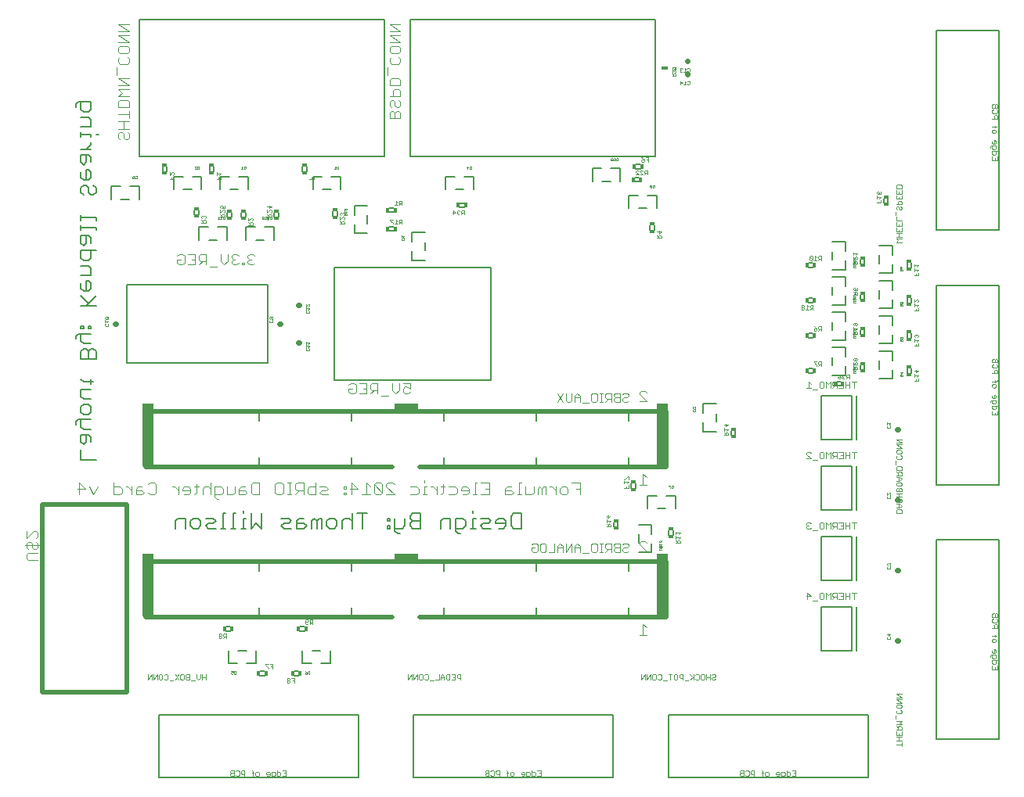
<source format=gbo>
G75*
%MOIN*%
%OFA0B0*%
%FSLAX24Y24*%
%IPPOS*%
%LPD*%
%AMOC8*
5,1,8,0,0,1.08239X$1,22.5*
%
%ADD10C,0.0040*%
%ADD11C,0.0060*%
%ADD12C,0.0197*%
%ADD13C,0.0030*%
%ADD14C,0.0050*%
%ADD15R,0.0500X0.2712*%
%ADD16R,0.0500X0.2712*%
%ADD17R,0.1000X0.0325*%
%ADD18C,0.0010*%
%ADD19C,0.0020*%
%ADD20R,0.0118X0.0236*%
%ADD21C,0.0080*%
%ADD22C,0.0220*%
%ADD23R,0.0300X0.0180*%
%ADD24R,0.0236X0.0118*%
D10*
X000363Y009511D02*
X000287Y009588D01*
X000287Y009741D01*
X000363Y009818D01*
X000747Y009818D01*
X000670Y009971D02*
X000747Y010048D01*
X000747Y010201D01*
X000670Y010278D01*
X000670Y010432D02*
X000747Y010508D01*
X000747Y010662D01*
X000670Y010739D01*
X000594Y010739D01*
X000287Y010432D01*
X000287Y010739D01*
X000363Y010278D02*
X000440Y010278D01*
X000517Y010201D01*
X000517Y010048D01*
X000594Y009971D01*
X000670Y009971D01*
X000824Y010125D02*
X000210Y010125D01*
X000287Y010048D02*
X000287Y010201D01*
X000363Y010278D01*
X000287Y010048D02*
X000363Y009971D01*
X000363Y009511D02*
X000747Y009511D01*
X002531Y012292D02*
X002531Y012812D01*
X002791Y012552D01*
X002444Y012552D01*
X002960Y012639D02*
X003134Y012292D01*
X003307Y012639D01*
X003991Y012639D02*
X004252Y012639D01*
X004338Y012552D01*
X004338Y012379D01*
X004252Y012292D01*
X003991Y012292D01*
X003991Y012812D01*
X004508Y012639D02*
X004595Y012639D01*
X004768Y012466D01*
X004937Y012466D02*
X005197Y012466D01*
X005284Y012379D01*
X005197Y012292D01*
X004937Y012292D01*
X004937Y012552D01*
X005023Y012639D01*
X005197Y012639D01*
X005452Y012726D02*
X005539Y012812D01*
X005713Y012812D01*
X005799Y012726D01*
X005799Y012379D01*
X005713Y012292D01*
X005539Y012292D01*
X005452Y012379D01*
X004768Y012292D02*
X004768Y012639D01*
X006484Y012639D02*
X006571Y012639D01*
X006745Y012466D01*
X006913Y012466D02*
X007260Y012466D01*
X007260Y012552D02*
X007174Y012639D01*
X007000Y012639D01*
X006913Y012552D01*
X006913Y012466D01*
X007000Y012292D02*
X007174Y012292D01*
X007260Y012379D01*
X007260Y012552D01*
X007431Y012639D02*
X007604Y012639D01*
X007517Y012726D02*
X007517Y012379D01*
X007431Y012292D01*
X007773Y012292D02*
X007773Y012552D01*
X007859Y012639D01*
X008033Y012639D01*
X008120Y012552D01*
X008288Y012639D02*
X008549Y012639D01*
X008635Y012552D01*
X008635Y012379D01*
X008549Y012292D01*
X008288Y012292D01*
X008288Y012205D02*
X008288Y012639D01*
X008120Y012812D02*
X008120Y012292D01*
X008288Y012205D02*
X008375Y012119D01*
X008462Y012119D01*
X008804Y012292D02*
X008804Y012639D01*
X009151Y012639D02*
X009151Y012379D01*
X009064Y012292D01*
X008804Y012292D01*
X009320Y012292D02*
X009580Y012292D01*
X009667Y012379D01*
X009580Y012466D01*
X009320Y012466D01*
X009320Y012552D02*
X009320Y012292D01*
X009320Y012552D02*
X009406Y012639D01*
X009580Y012639D01*
X009835Y012726D02*
X009835Y012379D01*
X009922Y012292D01*
X010182Y012292D01*
X010182Y012812D01*
X009922Y012812D01*
X009835Y012726D01*
X010867Y012726D02*
X010867Y012379D01*
X010953Y012292D01*
X011127Y012292D01*
X011213Y012379D01*
X011213Y012726D01*
X011127Y012812D01*
X010953Y012812D01*
X010867Y012726D01*
X011384Y012812D02*
X011557Y012812D01*
X011471Y012812D02*
X011471Y012292D01*
X011557Y012292D02*
X011384Y012292D01*
X011726Y012292D02*
X011899Y012466D01*
X011813Y012466D02*
X012073Y012466D01*
X012073Y012292D02*
X012073Y012812D01*
X011813Y012812D01*
X011726Y012726D01*
X011726Y012552D01*
X011813Y012466D01*
X012242Y012379D02*
X012242Y012552D01*
X012328Y012639D01*
X012589Y012639D01*
X012757Y012639D02*
X013017Y012639D01*
X013104Y012552D01*
X013017Y012466D01*
X012844Y012466D01*
X012757Y012379D01*
X012844Y012292D01*
X013104Y012292D01*
X012589Y012292D02*
X012328Y012292D01*
X012242Y012379D01*
X012589Y012292D02*
X012589Y012812D01*
X013791Y012639D02*
X013791Y012552D01*
X013878Y012552D01*
X013878Y012639D01*
X013791Y012639D01*
X013791Y012379D02*
X013791Y012292D01*
X013878Y012292D01*
X013878Y012379D01*
X013791Y012379D01*
X014046Y012552D02*
X014393Y012552D01*
X014133Y012812D01*
X014133Y012292D01*
X014562Y012292D02*
X014909Y012292D01*
X014735Y012292D02*
X014735Y012812D01*
X014909Y012639D01*
X015078Y012726D02*
X015425Y012379D01*
X015338Y012292D01*
X015164Y012292D01*
X015078Y012379D01*
X015078Y012726D01*
X015164Y012812D01*
X015338Y012812D01*
X015425Y012726D01*
X015425Y012379D01*
X015593Y012292D02*
X015940Y012292D01*
X015593Y012639D01*
X015593Y012726D01*
X015680Y012812D01*
X015853Y012812D01*
X015940Y012726D01*
X016625Y012639D02*
X016885Y012639D01*
X016971Y012552D01*
X016971Y012379D01*
X016885Y012292D01*
X016625Y012292D01*
X017142Y012292D02*
X017315Y012292D01*
X017228Y012292D02*
X017228Y012639D01*
X017315Y012639D01*
X017485Y012639D02*
X017571Y012639D01*
X017745Y012466D01*
X017745Y012639D02*
X017745Y012292D01*
X017915Y012292D02*
X018002Y012379D01*
X018002Y012726D01*
X018089Y012639D02*
X017915Y012639D01*
X018257Y012639D02*
X018518Y012639D01*
X018604Y012552D01*
X018604Y012379D01*
X018518Y012292D01*
X018257Y012292D01*
X018773Y012466D02*
X019120Y012466D01*
X019120Y012552D02*
X019033Y012639D01*
X018860Y012639D01*
X018773Y012552D01*
X018773Y012466D01*
X018860Y012292D02*
X019033Y012292D01*
X019120Y012379D01*
X019120Y012552D01*
X019290Y012292D02*
X019464Y012292D01*
X019377Y012292D02*
X019377Y012812D01*
X019464Y012812D01*
X019632Y012812D02*
X019979Y012812D01*
X019979Y012292D01*
X019632Y012292D01*
X019806Y012552D02*
X019979Y012552D01*
X020664Y012552D02*
X020664Y012292D01*
X020924Y012292D01*
X021011Y012379D01*
X020924Y012466D01*
X020664Y012466D01*
X020664Y012552D02*
X020750Y012639D01*
X020924Y012639D01*
X021268Y012812D02*
X021268Y012292D01*
X021354Y012292D02*
X021181Y012292D01*
X021523Y012292D02*
X021523Y012639D01*
X021354Y012812D02*
X021268Y012812D01*
X021523Y012292D02*
X021783Y012292D01*
X021870Y012379D01*
X021870Y012639D01*
X022039Y012552D02*
X022039Y012292D01*
X022212Y012292D02*
X022212Y012552D01*
X022125Y012639D01*
X022039Y012552D01*
X022212Y012552D02*
X022299Y012639D01*
X022386Y012639D01*
X022386Y012292D01*
X022555Y012639D02*
X022642Y012639D01*
X022815Y012466D01*
X022815Y012639D02*
X022815Y012292D01*
X022984Y012379D02*
X022984Y012552D01*
X023071Y012639D01*
X023244Y012639D01*
X023331Y012552D01*
X023331Y012379D01*
X023244Y012292D01*
X023071Y012292D01*
X022984Y012379D01*
X023500Y012812D02*
X023847Y012812D01*
X023847Y012292D01*
X023847Y012552D02*
X023673Y012552D01*
X026377Y012717D02*
X026684Y012717D01*
X026531Y012717D02*
X026531Y013178D01*
X026684Y013024D01*
X026607Y010321D02*
X026684Y010244D01*
X026607Y010321D02*
X026454Y010321D01*
X026377Y010244D01*
X026377Y010167D01*
X026684Y009861D01*
X026377Y009861D01*
X026531Y006778D02*
X026531Y006317D01*
X026684Y006317D02*
X026377Y006317D01*
X026684Y006624D02*
X026531Y006778D01*
X017228Y012812D02*
X017228Y012899D01*
X016532Y016592D02*
X016609Y016669D01*
X016532Y016592D02*
X016379Y016592D01*
X016302Y016669D01*
X016302Y016822D01*
X016379Y016899D01*
X016456Y016899D01*
X016609Y016822D01*
X016609Y017052D01*
X016302Y017052D01*
X016149Y017052D02*
X016149Y016746D01*
X015995Y016592D01*
X015842Y016746D01*
X015842Y017052D01*
X015228Y017052D02*
X014998Y017052D01*
X014921Y016976D01*
X014921Y016822D01*
X014998Y016746D01*
X015228Y016746D01*
X015074Y016746D02*
X014921Y016592D01*
X014767Y016592D02*
X014461Y016592D01*
X014307Y016669D02*
X014230Y016592D01*
X014077Y016592D01*
X014000Y016669D01*
X014000Y016822D01*
X014154Y016822D01*
X014307Y016669D02*
X014307Y016976D01*
X014230Y017052D01*
X014077Y017052D01*
X014000Y016976D01*
X014461Y017052D02*
X014767Y017052D01*
X014767Y016592D01*
X014767Y016822D02*
X014614Y016822D01*
X015228Y016592D02*
X015228Y017052D01*
X015381Y016515D02*
X015688Y016515D01*
X010000Y022169D02*
X009923Y022092D01*
X009769Y022092D01*
X009693Y022169D01*
X009693Y022246D01*
X009769Y022322D01*
X009846Y022322D01*
X009769Y022322D02*
X009693Y022399D01*
X009693Y022476D01*
X009769Y022552D01*
X009923Y022552D01*
X010000Y022476D01*
X009539Y022169D02*
X009462Y022169D01*
X009462Y022092D01*
X009539Y022092D01*
X009539Y022169D01*
X009309Y022169D02*
X009232Y022092D01*
X009079Y022092D01*
X009002Y022169D01*
X009002Y022246D01*
X009079Y022322D01*
X009156Y022322D01*
X009079Y022322D02*
X009002Y022399D01*
X009002Y022476D01*
X009079Y022552D01*
X009232Y022552D01*
X009309Y022476D01*
X008849Y022552D02*
X008849Y022246D01*
X008695Y022092D01*
X008542Y022246D01*
X008542Y022552D01*
X008388Y022015D02*
X008081Y022015D01*
X007928Y022092D02*
X007928Y022552D01*
X007698Y022552D01*
X007621Y022476D01*
X007621Y022322D01*
X007698Y022246D01*
X007928Y022246D01*
X007774Y022246D02*
X007621Y022092D01*
X007467Y022092D02*
X007467Y022552D01*
X007161Y022552D01*
X007007Y022476D02*
X007007Y022169D01*
X006930Y022092D01*
X006777Y022092D01*
X006700Y022169D01*
X006700Y022322D01*
X006854Y022322D01*
X007007Y022476D02*
X006930Y022552D01*
X006777Y022552D01*
X006700Y022476D01*
X007161Y022092D02*
X007467Y022092D01*
X007467Y022322D02*
X007314Y022322D01*
X004570Y027428D02*
X004494Y027428D01*
X004417Y027504D01*
X004417Y027658D01*
X004340Y027735D01*
X004263Y027735D01*
X004187Y027658D01*
X004187Y027504D01*
X004263Y027428D01*
X004570Y027428D02*
X004647Y027504D01*
X004647Y027658D01*
X004570Y027735D01*
X004647Y027888D02*
X004187Y027888D01*
X004417Y027888D02*
X004417Y028195D01*
X004647Y028195D02*
X004187Y028195D01*
X004187Y028502D02*
X004647Y028502D01*
X004647Y028349D02*
X004647Y028655D01*
X004647Y028809D02*
X004647Y029039D01*
X004570Y029116D01*
X004263Y029116D01*
X004187Y029039D01*
X004187Y028809D01*
X004647Y028809D01*
X004647Y029269D02*
X004187Y029269D01*
X004340Y029423D01*
X004187Y029576D01*
X004647Y029576D01*
X004647Y029730D02*
X004187Y030037D01*
X004647Y030037D01*
X004647Y029730D02*
X004187Y029730D01*
X004110Y030190D02*
X004110Y030497D01*
X004263Y030650D02*
X004187Y030727D01*
X004187Y030881D01*
X004263Y030957D01*
X004263Y031111D02*
X004187Y031188D01*
X004187Y031341D01*
X004263Y031418D01*
X004570Y031418D01*
X004647Y031341D01*
X004647Y031188D01*
X004570Y031111D01*
X004263Y031111D01*
X004570Y030957D02*
X004647Y030881D01*
X004647Y030727D01*
X004570Y030650D01*
X004263Y030650D01*
X004187Y031571D02*
X004647Y031571D01*
X004187Y031878D01*
X004647Y031878D01*
X004647Y032032D02*
X004187Y032339D01*
X004647Y032339D01*
X004647Y032032D02*
X004187Y032032D01*
X015737Y032032D02*
X016197Y032032D01*
X015737Y032339D01*
X016197Y032339D01*
X016197Y031878D02*
X015737Y031878D01*
X016197Y031571D01*
X015737Y031571D01*
X015813Y031418D02*
X016120Y031418D01*
X016197Y031341D01*
X016197Y031188D01*
X016120Y031111D01*
X015813Y031111D01*
X015737Y031188D01*
X015737Y031341D01*
X015813Y031418D01*
X015813Y030957D02*
X015737Y030881D01*
X015737Y030727D01*
X015813Y030650D01*
X016120Y030650D01*
X016197Y030727D01*
X016197Y030881D01*
X016120Y030957D01*
X015660Y030497D02*
X015660Y030190D01*
X015813Y030037D02*
X016120Y030037D01*
X016197Y029960D01*
X016197Y029730D01*
X015737Y029730D01*
X015737Y029960D01*
X015813Y030037D01*
X015967Y029576D02*
X015890Y029499D01*
X015890Y029269D01*
X015890Y029116D02*
X015813Y029116D01*
X015737Y029039D01*
X015737Y028886D01*
X015813Y028809D01*
X015813Y028655D02*
X015737Y028579D01*
X015737Y028349D01*
X016197Y028349D01*
X016197Y028579D01*
X016120Y028655D01*
X016044Y028655D01*
X015967Y028579D01*
X015967Y028349D01*
X015967Y028579D02*
X015890Y028655D01*
X015813Y028655D01*
X016044Y028809D02*
X015967Y028886D01*
X015967Y029039D01*
X015890Y029116D01*
X015737Y029269D02*
X016197Y029269D01*
X016197Y029499D01*
X016120Y029576D01*
X015967Y029576D01*
X016120Y029116D02*
X016197Y029039D01*
X016197Y028886D01*
X016120Y028809D01*
X016044Y028809D01*
X026454Y016721D02*
X026607Y016721D01*
X026684Y016644D01*
X026454Y016721D02*
X026377Y016644D01*
X026377Y016567D01*
X026684Y016261D01*
X026377Y016261D01*
X006745Y012639D02*
X006745Y012292D01*
D11*
X006729Y011279D02*
X006622Y011172D01*
X006622Y010852D01*
X007049Y010852D02*
X007049Y011279D01*
X006729Y011279D01*
X007267Y011172D02*
X007267Y010959D01*
X007373Y010852D01*
X007587Y010852D01*
X007694Y010959D01*
X007694Y011172D01*
X007587Y011279D01*
X007373Y011279D01*
X007267Y011172D01*
X007911Y011279D02*
X008231Y011279D01*
X008338Y011172D01*
X008231Y011066D01*
X008018Y011066D01*
X007911Y010959D01*
X008018Y010852D01*
X008338Y010852D01*
X008554Y010852D02*
X008768Y010852D01*
X008661Y010852D02*
X008661Y011493D01*
X008768Y011493D01*
X009091Y011493D02*
X009091Y010852D01*
X009198Y010852D02*
X008984Y010852D01*
X009414Y010852D02*
X009627Y010852D01*
X009521Y010852D02*
X009521Y011279D01*
X009627Y011279D01*
X009521Y011493D02*
X009521Y011599D01*
X009198Y011493D02*
X009091Y011493D01*
X009845Y011493D02*
X009845Y010852D01*
X010058Y011066D01*
X010272Y010852D01*
X010272Y011493D01*
X011134Y011279D02*
X011454Y011279D01*
X011561Y011172D01*
X011454Y011066D01*
X011241Y011066D01*
X011134Y010959D01*
X011241Y010852D01*
X011561Y010852D01*
X011779Y010852D02*
X011779Y011172D01*
X011885Y011279D01*
X012099Y011279D01*
X012099Y011066D02*
X011779Y011066D01*
X011779Y010852D02*
X012099Y010852D01*
X012206Y010959D01*
X012099Y011066D01*
X012423Y011172D02*
X012423Y010852D01*
X012637Y010852D02*
X012637Y011172D01*
X012530Y011279D01*
X012423Y011172D01*
X012637Y011172D02*
X012743Y011279D01*
X012850Y011279D01*
X012850Y010852D01*
X013068Y010959D02*
X013068Y011172D01*
X013174Y011279D01*
X013388Y011279D01*
X013495Y011172D01*
X013495Y010959D01*
X013388Y010852D01*
X013174Y010852D01*
X013068Y010959D01*
X013712Y010852D02*
X013712Y011172D01*
X013819Y011279D01*
X014032Y011279D01*
X014139Y011172D01*
X014139Y010852D02*
X014139Y011493D01*
X014357Y011493D02*
X014784Y011493D01*
X014570Y011493D02*
X014570Y010852D01*
X015644Y010852D02*
X015751Y010852D01*
X015751Y010959D01*
X015644Y010959D01*
X015644Y010852D01*
X015644Y011172D02*
X015751Y011172D01*
X015751Y011279D01*
X015644Y011279D01*
X015644Y011172D01*
X015968Y011279D02*
X015968Y010745D01*
X016075Y010639D01*
X016182Y010639D01*
X016288Y010852D02*
X015968Y010852D01*
X016288Y010852D02*
X016395Y010959D01*
X016395Y011279D01*
X016613Y011279D02*
X016719Y011172D01*
X017040Y011172D01*
X017040Y010852D02*
X016719Y010852D01*
X016613Y010959D01*
X016613Y011066D01*
X016719Y011172D01*
X016613Y011279D02*
X016613Y011386D01*
X016719Y011493D01*
X017040Y011493D01*
X017040Y010852D01*
X017902Y010852D02*
X017902Y011172D01*
X018008Y011279D01*
X018329Y011279D01*
X018329Y010852D01*
X018546Y010852D02*
X018867Y010852D01*
X018973Y010959D01*
X018973Y011172D01*
X018867Y011279D01*
X018546Y011279D01*
X018546Y010745D01*
X018653Y010639D01*
X018760Y010639D01*
X019190Y010852D02*
X019403Y010852D01*
X019296Y010852D02*
X019296Y011279D01*
X019403Y011279D01*
X019621Y011279D02*
X019941Y011279D01*
X020048Y011172D01*
X019941Y011066D01*
X019727Y011066D01*
X019621Y010959D01*
X019727Y010852D01*
X020048Y010852D01*
X020265Y011066D02*
X020265Y011172D01*
X020372Y011279D01*
X020585Y011279D01*
X020692Y011172D01*
X020692Y010959D01*
X020585Y010852D01*
X020372Y010852D01*
X020265Y011066D02*
X020692Y011066D01*
X020910Y010959D02*
X020910Y011386D01*
X021016Y011493D01*
X021337Y011493D01*
X021337Y010852D01*
X021016Y010852D01*
X020910Y010959D01*
X019296Y011493D02*
X019296Y011599D01*
X025278Y011119D02*
X025278Y010926D01*
X025455Y010926D02*
X025455Y011119D01*
X026028Y012576D02*
X026028Y012769D01*
X026205Y012769D02*
X026205Y012576D01*
X027628Y010769D02*
X027628Y010576D01*
X027805Y010576D02*
X027805Y010769D01*
X030278Y014826D02*
X030278Y015019D01*
X030455Y015019D02*
X030455Y014826D01*
X033570Y017484D02*
X033763Y017484D01*
X033763Y017660D02*
X033570Y017660D01*
X034770Y017110D02*
X034963Y017110D01*
X034963Y016934D02*
X034770Y016934D01*
X035778Y017626D02*
X035778Y017819D01*
X035955Y017819D02*
X035955Y017626D01*
X035955Y019126D02*
X035955Y019319D01*
X035778Y019319D02*
X035778Y019126D01*
X035778Y020626D02*
X035778Y020819D01*
X035955Y020819D02*
X035955Y020626D01*
X035955Y022126D02*
X035955Y022319D01*
X035778Y022319D02*
X035778Y022126D01*
X037778Y022169D02*
X037778Y021976D01*
X037955Y021976D02*
X037955Y022169D01*
X037955Y020669D02*
X037955Y020476D01*
X037778Y020476D02*
X037778Y020669D01*
X037778Y019169D02*
X037778Y018976D01*
X037955Y018976D02*
X037955Y019169D01*
X037955Y017669D02*
X037955Y017476D01*
X037778Y017476D02*
X037778Y017669D01*
X033763Y018984D02*
X033570Y018984D01*
X033570Y019160D02*
X033763Y019160D01*
X033763Y020484D02*
X033570Y020484D01*
X033570Y020660D02*
X033763Y020660D01*
X033763Y021984D02*
X033570Y021984D01*
X033570Y022160D02*
X033763Y022160D01*
X036778Y024726D02*
X036778Y024919D01*
X036955Y024919D02*
X036955Y024726D01*
X027005Y023769D02*
X027005Y023576D01*
X026828Y023576D02*
X026828Y023769D01*
X026363Y025634D02*
X026170Y025634D01*
X026170Y025810D02*
X026363Y025810D01*
X026413Y026184D02*
X026220Y026184D01*
X026220Y026360D02*
X026413Y026360D01*
X018913Y024710D02*
X018720Y024710D01*
X018720Y024534D02*
X018913Y024534D01*
X015913Y024510D02*
X015720Y024510D01*
X015720Y024334D02*
X015913Y024334D01*
X015913Y023710D02*
X015720Y023710D01*
X015720Y023534D02*
X015913Y023534D01*
X013505Y024176D02*
X013505Y024369D01*
X013328Y024369D02*
X013328Y024176D01*
X011005Y024126D02*
X011005Y024319D01*
X010828Y024319D02*
X010828Y024126D01*
X009605Y024126D02*
X009605Y024319D01*
X009428Y024319D02*
X009428Y024126D01*
X009005Y024126D02*
X009005Y024319D01*
X008828Y024319D02*
X008828Y024126D01*
X007605Y024226D02*
X007605Y024419D01*
X007428Y024419D02*
X007428Y024226D01*
X008078Y026076D02*
X008078Y026269D01*
X008255Y026269D02*
X008255Y026076D01*
X006255Y026076D02*
X006255Y026269D01*
X006078Y026269D02*
X006078Y026076D01*
X003237Y025383D02*
X003237Y025169D01*
X003130Y025062D01*
X003024Y025062D01*
X002917Y025169D01*
X002917Y025383D01*
X002810Y025489D01*
X002703Y025489D01*
X002597Y025383D01*
X002597Y025169D01*
X002703Y025062D01*
X003130Y025489D02*
X003237Y025383D01*
X002917Y025707D02*
X003024Y025814D01*
X003024Y026027D01*
X002917Y026134D01*
X002810Y026134D01*
X002810Y025707D01*
X002703Y025707D02*
X002917Y025707D01*
X002703Y025707D02*
X002597Y025814D01*
X002597Y026027D01*
X002703Y026352D02*
X002810Y026458D01*
X002810Y026779D01*
X002917Y026779D02*
X002597Y026779D01*
X002597Y026458D01*
X002703Y026352D01*
X003024Y026458D02*
X003024Y026672D01*
X002917Y026779D01*
X003024Y026996D02*
X002597Y026996D01*
X002810Y026996D02*
X003024Y027210D01*
X003024Y027316D01*
X003024Y027533D02*
X003024Y027640D01*
X002597Y027640D01*
X002597Y027533D02*
X002597Y027747D01*
X002597Y027963D02*
X003024Y027963D01*
X003024Y028283D01*
X002917Y028390D01*
X002597Y028390D01*
X002703Y028607D02*
X002597Y028714D01*
X002597Y029035D01*
X002490Y029035D02*
X003024Y029035D01*
X003024Y028714D01*
X002917Y028607D01*
X002703Y028607D01*
X002383Y028821D02*
X002383Y028928D01*
X002490Y029035D01*
X003237Y027640D02*
X003344Y027640D01*
X002597Y024202D02*
X002597Y023988D01*
X002597Y024095D02*
X003237Y024095D01*
X003237Y023988D01*
X003237Y023665D02*
X002597Y023665D01*
X002597Y023558D02*
X002597Y023772D01*
X002597Y023341D02*
X002597Y023021D01*
X002703Y022914D01*
X002810Y023021D01*
X002810Y023341D01*
X002917Y023341D02*
X002597Y023341D01*
X002917Y023341D02*
X003024Y023234D01*
X003024Y023021D01*
X003024Y022696D02*
X003024Y022376D01*
X002917Y022269D01*
X002703Y022269D01*
X002597Y022376D01*
X002597Y022696D01*
X003237Y022696D01*
X002917Y022052D02*
X002597Y022052D01*
X002917Y022052D02*
X003024Y021945D01*
X003024Y021625D01*
X002597Y021625D01*
X002810Y021407D02*
X002810Y020980D01*
X002703Y020980D02*
X002917Y020980D01*
X003024Y021087D01*
X003024Y021301D01*
X002917Y021407D01*
X002810Y021407D01*
X002597Y021301D02*
X002597Y021087D01*
X002703Y020980D01*
X002597Y020763D02*
X002917Y020443D01*
X002810Y020336D02*
X003237Y020763D01*
X003237Y020336D02*
X002597Y020336D01*
X002597Y019476D02*
X002597Y019369D01*
X002703Y019369D01*
X002703Y019476D01*
X002597Y019476D01*
X002917Y019476D02*
X002917Y019369D01*
X003024Y019369D01*
X003024Y019476D01*
X002917Y019476D01*
X003024Y019151D02*
X002490Y019151D01*
X002383Y019045D01*
X002383Y018938D01*
X002597Y018831D02*
X002597Y019151D01*
X002597Y018831D02*
X002703Y018724D01*
X003024Y018724D01*
X003024Y018507D02*
X002917Y018400D01*
X002917Y018080D01*
X002917Y018400D02*
X002810Y018507D01*
X002703Y018507D01*
X002597Y018400D01*
X002597Y018080D01*
X003237Y018080D01*
X003237Y018400D01*
X003130Y018507D01*
X003024Y018507D01*
X003024Y017219D02*
X003024Y017006D01*
X003130Y017112D02*
X002703Y017112D01*
X002597Y017219D01*
X002597Y016788D02*
X003024Y016788D01*
X002597Y016788D02*
X002597Y016468D01*
X002703Y016361D01*
X003024Y016361D01*
X002917Y016144D02*
X003024Y016037D01*
X003024Y015823D01*
X002917Y015716D01*
X002703Y015716D01*
X002597Y015823D01*
X002597Y016037D01*
X002703Y016144D01*
X002917Y016144D01*
X003024Y015499D02*
X002490Y015499D01*
X002383Y015392D01*
X002383Y015285D01*
X002597Y015179D02*
X002703Y015072D01*
X003024Y015072D01*
X002917Y014854D02*
X003024Y014748D01*
X003024Y014534D01*
X002810Y014534D02*
X002810Y014854D01*
X002917Y014854D02*
X002597Y014854D01*
X002597Y014534D01*
X002703Y014427D01*
X002810Y014534D01*
X002597Y014210D02*
X002597Y013783D01*
X003237Y013783D01*
X002597Y015179D02*
X002597Y015499D01*
X003237Y023558D02*
X003237Y023665D01*
X012028Y026076D02*
X012028Y026269D01*
X012205Y026269D02*
X012205Y026076D01*
X012113Y006660D02*
X011920Y006660D01*
X011920Y006484D02*
X012113Y006484D01*
X011863Y004760D02*
X011670Y004760D01*
X011670Y004584D02*
X011863Y004584D01*
X010413Y004584D02*
X010220Y004584D01*
X010220Y004760D02*
X010413Y004760D01*
X008963Y006484D02*
X008770Y006484D01*
X008770Y006660D02*
X008963Y006660D01*
D12*
X000967Y003872D02*
X000967Y011872D01*
X004567Y011872D01*
X004567Y003872D01*
X000967Y003872D01*
X005367Y007085D02*
X010169Y007085D01*
X014106Y007085D01*
X015842Y007085D01*
X017017Y007085D02*
X018043Y007085D01*
X021980Y007085D01*
X025917Y007085D01*
X027517Y007085D01*
X027517Y009447D01*
X025917Y009447D01*
X021980Y009447D01*
X018043Y009447D01*
X014106Y009447D01*
X010169Y009447D01*
X005367Y009447D01*
X005367Y007085D01*
X005367Y013485D02*
X010169Y013485D01*
X014106Y013485D01*
X015842Y013485D01*
X017017Y013485D02*
X018043Y013485D01*
X021980Y013485D01*
X025917Y013485D01*
X027517Y013485D01*
X027517Y015847D01*
X025917Y015847D01*
X021980Y015847D01*
X018043Y015847D01*
X014106Y015847D01*
X010169Y015847D01*
X005367Y015847D01*
X005367Y013485D01*
D13*
X021792Y010159D02*
X021853Y010220D01*
X021974Y010220D01*
X022035Y010159D01*
X022035Y009916D01*
X021974Y009856D01*
X021853Y009856D01*
X021792Y009916D01*
X021792Y010038D01*
X021914Y010038D01*
X022155Y010159D02*
X022215Y010220D01*
X022337Y010220D01*
X022397Y010159D01*
X022397Y009916D01*
X022337Y009856D01*
X022215Y009856D01*
X022155Y009916D01*
X022155Y010159D01*
X022517Y009856D02*
X022760Y009856D01*
X022760Y010220D01*
X022880Y010098D02*
X023001Y010220D01*
X023122Y010098D01*
X023122Y009856D01*
X023242Y009856D02*
X023242Y010220D01*
X023122Y010038D02*
X022880Y010038D01*
X022880Y010098D02*
X022880Y009856D01*
X023242Y009856D02*
X023485Y010220D01*
X023485Y009856D01*
X023605Y009856D02*
X023605Y010098D01*
X023726Y010220D01*
X023847Y010098D01*
X023847Y009856D01*
X023967Y009795D02*
X024210Y009795D01*
X024330Y009916D02*
X024330Y010159D01*
X024390Y010220D01*
X024512Y010220D01*
X024572Y010159D01*
X024572Y009916D01*
X024512Y009856D01*
X024390Y009856D01*
X024330Y009916D01*
X024693Y009856D02*
X024814Y009856D01*
X024753Y009856D02*
X024753Y010220D01*
X024693Y010220D02*
X024814Y010220D01*
X024934Y010159D02*
X024995Y010220D01*
X025177Y010220D01*
X025177Y009856D01*
X025177Y009977D02*
X024995Y009977D01*
X024934Y010038D01*
X024934Y010159D01*
X025055Y009977D02*
X024934Y009856D01*
X025296Y009916D02*
X025357Y009856D01*
X025539Y009856D01*
X025539Y010220D01*
X025357Y010220D01*
X025296Y010159D01*
X025296Y010098D01*
X025357Y010038D01*
X025539Y010038D01*
X025659Y009977D02*
X025659Y009916D01*
X025720Y009856D01*
X025841Y009856D01*
X025902Y009916D01*
X025841Y010038D02*
X025720Y010038D01*
X025659Y009977D01*
X025659Y010159D02*
X025720Y010220D01*
X025841Y010220D01*
X025902Y010159D01*
X025902Y010098D01*
X025841Y010038D01*
X025357Y010038D02*
X025296Y009977D01*
X025296Y009916D01*
X023847Y010038D02*
X023605Y010038D01*
X023967Y016195D02*
X024210Y016195D01*
X024330Y016316D02*
X024330Y016559D01*
X024390Y016620D01*
X024512Y016620D01*
X024572Y016559D01*
X024572Y016316D01*
X024512Y016256D01*
X024390Y016256D01*
X024330Y016316D01*
X024693Y016256D02*
X024814Y016256D01*
X024753Y016256D02*
X024753Y016620D01*
X024693Y016620D02*
X024814Y016620D01*
X024934Y016559D02*
X024934Y016438D01*
X024995Y016377D01*
X025177Y016377D01*
X025296Y016377D02*
X025296Y016316D01*
X025357Y016256D01*
X025539Y016256D01*
X025539Y016620D01*
X025357Y016620D01*
X025296Y016559D01*
X025296Y016498D01*
X025357Y016438D01*
X025539Y016438D01*
X025659Y016377D02*
X025659Y016316D01*
X025720Y016256D01*
X025841Y016256D01*
X025902Y016316D01*
X025841Y016438D02*
X025720Y016438D01*
X025659Y016377D01*
X025659Y016559D02*
X025720Y016620D01*
X025841Y016620D01*
X025902Y016559D01*
X025902Y016498D01*
X025841Y016438D01*
X025357Y016438D02*
X025296Y016377D01*
X025177Y016256D02*
X025177Y016620D01*
X024995Y016620D01*
X024934Y016559D01*
X025055Y016377D02*
X024934Y016256D01*
X023847Y016256D02*
X023847Y016498D01*
X023726Y016620D01*
X023605Y016498D01*
X023605Y016256D01*
X023485Y016316D02*
X023485Y016620D01*
X023605Y016438D02*
X023847Y016438D01*
X023485Y016316D02*
X023424Y016256D01*
X023303Y016256D01*
X023242Y016316D01*
X023242Y016620D01*
X023122Y016620D02*
X022880Y016256D01*
X023122Y016256D02*
X022880Y016620D01*
D14*
X021980Y015847D02*
X021980Y015453D01*
X021980Y013878D02*
X021980Y013485D01*
X025917Y013485D02*
X025917Y013878D01*
X025917Y015453D02*
X025917Y015847D01*
X029091Y015772D02*
X029091Y016162D01*
X029642Y016162D01*
X029642Y015752D02*
X029642Y015392D01*
X029642Y014981D02*
X029091Y014981D01*
X029091Y015372D01*
X027907Y012248D02*
X027517Y012248D01*
X027907Y012248D02*
X027907Y011696D01*
X027497Y011696D02*
X027137Y011696D01*
X026726Y011696D02*
X026726Y012248D01*
X027117Y012248D01*
X026892Y011013D02*
X026341Y011013D01*
X026341Y010602D02*
X026341Y010242D01*
X026341Y009832D02*
X026892Y009832D01*
X026892Y010222D01*
X026892Y010622D02*
X026892Y011013D01*
X025917Y009447D02*
X025917Y009053D01*
X025917Y007478D02*
X025917Y007085D01*
X021980Y007085D02*
X021980Y007478D01*
X021980Y009053D02*
X021980Y009447D01*
X018043Y009447D02*
X018043Y009053D01*
X018043Y007478D02*
X018043Y007085D01*
X014106Y007085D02*
X014106Y007478D01*
X014106Y009053D02*
X014106Y009447D01*
X010169Y009447D02*
X010169Y009053D01*
X010169Y007478D02*
X010169Y007085D01*
X010057Y005648D02*
X010057Y005096D01*
X009667Y005096D01*
X009267Y005096D02*
X008877Y005096D01*
X008877Y005648D01*
X009287Y005648D02*
X009647Y005648D01*
X012027Y005648D02*
X012027Y005096D01*
X012417Y005096D01*
X012817Y005096D02*
X013207Y005096D01*
X013207Y005648D01*
X012797Y005648D02*
X012437Y005648D01*
X014417Y002922D02*
X005907Y002922D01*
X005907Y000241D01*
X014417Y000241D01*
X014417Y002922D01*
X016757Y002922D02*
X016757Y000241D01*
X025267Y000241D01*
X025267Y002922D01*
X016757Y002922D01*
X027607Y002922D02*
X027607Y000241D01*
X036117Y000241D01*
X036117Y002922D01*
X027607Y002922D01*
X039017Y001862D02*
X041698Y001862D01*
X041698Y010372D01*
X039017Y010372D01*
X039017Y001862D01*
X039017Y012712D02*
X041698Y012712D01*
X041698Y021222D01*
X039017Y021222D01*
X039017Y012712D01*
X037142Y017232D02*
X036591Y017232D01*
X036591Y017642D02*
X036591Y018002D01*
X037142Y018022D02*
X037142Y018413D01*
X036591Y018413D01*
X036591Y018732D02*
X037142Y018732D01*
X037142Y019122D01*
X037142Y019522D02*
X037142Y019913D01*
X036591Y019913D01*
X036591Y020232D02*
X037142Y020232D01*
X037142Y020622D01*
X036591Y020642D02*
X036591Y021002D01*
X036591Y021413D02*
X037142Y021413D01*
X037142Y021022D01*
X037142Y021732D02*
X036591Y021732D01*
X036591Y022142D02*
X036591Y022502D01*
X036591Y022913D02*
X037142Y022913D01*
X037142Y022522D01*
X037142Y022122D02*
X037142Y021732D01*
X035142Y021882D02*
X035142Y022272D01*
X035142Y021882D02*
X034591Y021882D01*
X034591Y021563D02*
X035142Y021563D01*
X035142Y021172D01*
X035142Y020772D02*
X035142Y020382D01*
X034591Y020382D01*
X034591Y020063D02*
X035142Y020063D01*
X035142Y019672D01*
X034591Y019652D02*
X034591Y019292D01*
X034591Y018882D02*
X035142Y018882D01*
X035142Y019272D01*
X035142Y018563D02*
X034591Y018563D01*
X034591Y018152D02*
X034591Y017792D01*
X034591Y017382D02*
X035142Y017382D01*
X035142Y017772D01*
X035142Y018172D02*
X035142Y018563D01*
X036591Y019142D02*
X036591Y019502D01*
X034591Y020792D02*
X034591Y021152D01*
X034591Y022292D02*
X034591Y022652D01*
X034591Y023063D02*
X035142Y023063D01*
X035142Y022672D01*
X039017Y023562D02*
X041698Y023562D01*
X041698Y032072D01*
X039017Y032072D01*
X039017Y023562D01*
X037142Y017622D02*
X037142Y017232D01*
X027107Y024496D02*
X027107Y025048D01*
X026717Y025048D01*
X026317Y025048D02*
X025926Y025048D01*
X025926Y024496D01*
X026337Y024496D02*
X026697Y024496D01*
X025557Y025646D02*
X025557Y026198D01*
X025167Y026198D01*
X024767Y026198D02*
X024376Y026198D01*
X024376Y025646D01*
X024787Y025646D02*
X025147Y025646D01*
X027067Y026704D02*
X016634Y026704D01*
X016634Y032531D01*
X027067Y032531D01*
X027067Y026704D01*
X020067Y021972D02*
X020067Y017172D01*
X013398Y017172D01*
X013398Y021972D01*
X020067Y021972D01*
X017242Y022281D02*
X016691Y022281D01*
X016691Y022672D01*
X016691Y023072D02*
X016691Y023462D01*
X017242Y023462D01*
X017242Y023052D02*
X017242Y022692D01*
X014792Y023431D02*
X014241Y023431D01*
X014241Y023822D01*
X014241Y024222D02*
X014241Y024612D01*
X014792Y024612D01*
X014792Y024202D02*
X014792Y023842D01*
X013657Y025296D02*
X013657Y025848D01*
X013267Y025848D01*
X012867Y025848D02*
X012476Y025848D01*
X012476Y025296D01*
X012887Y025296D02*
X013247Y025296D01*
X015517Y026704D02*
X005084Y026704D01*
X005084Y032531D01*
X015517Y032531D01*
X015517Y026704D01*
X018126Y025848D02*
X018126Y025296D01*
X018537Y025296D02*
X018897Y025296D01*
X019307Y025296D02*
X019307Y025848D01*
X018917Y025848D01*
X018517Y025848D02*
X018126Y025848D01*
X010807Y023698D02*
X010807Y023146D01*
X010397Y023146D02*
X010037Y023146D01*
X009626Y023146D02*
X009626Y023698D01*
X010017Y023698D01*
X010417Y023698D02*
X010807Y023698D01*
X009707Y025296D02*
X009707Y025848D01*
X009317Y025848D01*
X008917Y025848D02*
X008526Y025848D01*
X008526Y025296D01*
X008937Y025296D02*
X009297Y025296D01*
X007727Y025296D02*
X007727Y025848D01*
X007337Y025848D01*
X006937Y025848D02*
X006546Y025848D01*
X006546Y025296D01*
X006957Y025296D02*
X007317Y025296D01*
X007626Y023698D02*
X008017Y023698D01*
X007626Y023698D02*
X007626Y023146D01*
X008037Y023146D02*
X008397Y023146D01*
X008807Y023146D02*
X008807Y023698D01*
X008417Y023698D01*
X010567Y021245D02*
X004567Y021245D01*
X004567Y017899D01*
X010567Y017899D01*
X010567Y021245D01*
X005069Y024884D02*
X005069Y025435D01*
X004679Y025435D01*
X004279Y025435D02*
X003889Y025435D01*
X003889Y024884D01*
X004299Y024884D02*
X004659Y024884D01*
X010169Y015847D02*
X010169Y015453D01*
X010169Y013878D02*
X010169Y013485D01*
X014106Y013485D02*
X014106Y013878D01*
X014106Y015453D02*
X014106Y015847D01*
X018043Y015847D02*
X018043Y015453D01*
X018043Y013878D02*
X018043Y013485D01*
D15*
X005467Y014841D03*
X005467Y008441D03*
D16*
X005467Y008441D03*
X005467Y014841D03*
X027367Y014841D03*
X027367Y008441D03*
D17*
X016442Y009609D03*
X016442Y016009D03*
D18*
X012322Y018452D02*
X012297Y018427D01*
X012197Y018427D01*
X012172Y018452D01*
X012172Y018502D01*
X012197Y018527D01*
X012172Y018574D02*
X012172Y018674D01*
X012172Y018722D02*
X012172Y018822D01*
X012172Y018772D02*
X012322Y018772D01*
X012272Y018722D01*
X012322Y018624D02*
X012172Y018624D01*
X012272Y018574D02*
X012322Y018624D01*
X012297Y018527D02*
X012322Y018502D01*
X012322Y018452D01*
X010762Y019657D02*
X010762Y019707D01*
X010737Y019732D01*
X010737Y019780D02*
X010712Y019780D01*
X010687Y019805D01*
X010687Y019880D01*
X010737Y019880D02*
X010762Y019855D01*
X010762Y019805D01*
X010737Y019780D01*
X010737Y019880D02*
X010637Y019880D01*
X010612Y019855D01*
X010612Y019805D01*
X010637Y019780D01*
X010637Y019732D02*
X010612Y019707D01*
X010612Y019657D01*
X010637Y019632D01*
X010737Y019632D01*
X010762Y019657D01*
X012172Y020052D02*
X012172Y020102D01*
X012197Y020127D01*
X012172Y020174D02*
X012172Y020274D01*
X012172Y020322D02*
X012272Y020422D01*
X012297Y020422D01*
X012322Y020397D01*
X012322Y020347D01*
X012297Y020322D01*
X012322Y020224D02*
X012172Y020224D01*
X012172Y020322D02*
X012172Y020422D01*
X012322Y020224D02*
X012272Y020174D01*
X012297Y020127D02*
X012322Y020102D01*
X012322Y020052D01*
X012297Y020027D01*
X012197Y020027D01*
X012172Y020052D01*
X016252Y023156D02*
X016252Y023211D01*
X016270Y023229D01*
X016343Y023229D01*
X016362Y023211D01*
X016362Y023156D01*
X016252Y023156D01*
X016252Y023267D02*
X016252Y023340D01*
X016252Y023303D02*
X016362Y023303D01*
X016325Y023267D01*
X013912Y024214D02*
X013912Y024251D01*
X013893Y024269D01*
X013820Y024269D01*
X013802Y024251D01*
X013802Y024214D01*
X013820Y024196D01*
X013893Y024196D01*
X013912Y024214D01*
X013838Y024232D02*
X013802Y024269D01*
X013802Y024306D02*
X013802Y024379D01*
X013802Y024343D02*
X013912Y024343D01*
X013875Y024306D01*
X013893Y024417D02*
X013912Y024435D01*
X013912Y024472D01*
X013893Y024490D01*
X013875Y024490D01*
X013857Y024472D01*
X013838Y024490D01*
X013820Y024490D01*
X013802Y024472D01*
X013802Y024435D01*
X013820Y024417D01*
X013857Y024453D02*
X013857Y024472D01*
X013543Y026177D02*
X013507Y026177D01*
X013488Y026195D01*
X013488Y026287D01*
X013451Y026250D02*
X013414Y026287D01*
X013414Y026177D01*
X013378Y026177D02*
X013451Y026177D01*
X013543Y026177D02*
X013562Y026195D01*
X013562Y026287D01*
X010712Y024137D02*
X010712Y024045D01*
X010693Y024027D01*
X010657Y024027D01*
X010638Y024045D01*
X010638Y024137D01*
X010601Y024119D02*
X010583Y024137D01*
X010546Y024137D01*
X010528Y024119D01*
X010491Y024119D02*
X010472Y024137D01*
X010436Y024137D01*
X010417Y024119D01*
X010417Y024100D01*
X010491Y024027D01*
X010417Y024027D01*
X010380Y024045D02*
X010362Y024027D01*
X010325Y024027D01*
X010307Y024045D01*
X010307Y024064D01*
X010325Y024082D01*
X010343Y024082D01*
X010325Y024082D02*
X010307Y024100D01*
X010307Y024119D01*
X010325Y024137D01*
X010362Y024137D01*
X010380Y024119D01*
X010528Y024064D02*
X010546Y024082D01*
X010583Y024082D01*
X010601Y024100D01*
X010601Y024119D01*
X010564Y024155D02*
X010564Y024009D01*
X010546Y024027D02*
X010528Y024045D01*
X010528Y024064D01*
X010546Y024027D02*
X010583Y024027D01*
X010601Y024045D01*
X008712Y024045D02*
X008693Y024027D01*
X008657Y024027D01*
X008638Y024045D01*
X008638Y024119D01*
X008657Y024137D01*
X008693Y024137D01*
X008712Y024119D01*
X008712Y024045D01*
X008675Y024064D02*
X008638Y024027D01*
X008601Y024027D02*
X008528Y024027D01*
X008564Y024027D02*
X008564Y024137D01*
X008601Y024100D01*
X008491Y024100D02*
X008454Y024137D01*
X008454Y024027D01*
X008491Y024027D02*
X008417Y024027D01*
X007613Y026177D02*
X007632Y026195D01*
X007632Y026269D01*
X007613Y026287D01*
X007577Y026287D01*
X007558Y026269D01*
X007558Y026195D01*
X007577Y026177D01*
X007613Y026177D01*
X007595Y026214D02*
X007558Y026177D01*
X007521Y026177D02*
X007448Y026250D01*
X007448Y026269D01*
X007466Y026287D01*
X007503Y026287D01*
X007521Y026269D01*
X007521Y026177D02*
X007448Y026177D01*
X009428Y026177D02*
X009501Y026177D01*
X009464Y026177D02*
X009464Y026287D01*
X009501Y026250D01*
X009538Y026269D02*
X009538Y026195D01*
X009557Y026177D01*
X009593Y026177D01*
X009612Y026195D01*
X009612Y026269D01*
X009593Y026287D01*
X009557Y026287D01*
X009538Y026269D01*
X009575Y026214D02*
X009538Y026177D01*
X004974Y025875D02*
X004919Y025875D01*
X004901Y025856D01*
X004901Y025783D01*
X004919Y025765D01*
X004974Y025765D01*
X004974Y025875D01*
X004864Y025856D02*
X004845Y025875D01*
X004809Y025875D01*
X004790Y025856D01*
X004790Y025838D01*
X004809Y025820D01*
X004790Y025801D01*
X004790Y025783D01*
X004809Y025765D01*
X004845Y025765D01*
X004864Y025783D01*
X004827Y025820D02*
X004809Y025820D01*
X003737Y019880D02*
X003637Y019780D01*
X003612Y019805D01*
X003612Y019855D01*
X003637Y019880D01*
X003737Y019880D01*
X003762Y019855D01*
X003762Y019805D01*
X003737Y019780D01*
X003637Y019780D01*
X003612Y019732D02*
X003612Y019632D01*
X003612Y019682D02*
X003762Y019682D01*
X003712Y019632D01*
X003737Y019585D02*
X003762Y019560D01*
X003762Y019510D01*
X003737Y019485D01*
X003637Y019485D01*
X003612Y019510D01*
X003612Y019560D01*
X003637Y019585D01*
X019046Y026177D02*
X019046Y026287D01*
X019101Y026232D01*
X019028Y026232D01*
X019138Y026195D02*
X019138Y026269D01*
X019157Y026287D01*
X019212Y026287D01*
X019212Y026177D01*
X019157Y026177D01*
X019138Y026195D01*
X025167Y026545D02*
X025186Y026527D01*
X025222Y026527D01*
X025241Y026545D01*
X025167Y026619D01*
X025167Y026545D01*
X025241Y026545D02*
X025241Y026619D01*
X025222Y026637D01*
X025186Y026637D01*
X025167Y026619D01*
X025278Y026527D02*
X025351Y026527D01*
X025314Y026527D02*
X025314Y026637D01*
X025351Y026600D01*
X025388Y026619D02*
X025388Y026545D01*
X025407Y026527D01*
X025443Y026527D01*
X025462Y026545D01*
X025462Y026619D01*
X025443Y026637D01*
X025407Y026637D01*
X025388Y026619D01*
X025425Y026564D02*
X025388Y026527D01*
X026828Y025469D02*
X026846Y025487D01*
X026883Y025487D01*
X026901Y025469D01*
X026901Y025450D01*
X026883Y025432D01*
X026828Y025432D01*
X026828Y025395D02*
X026828Y025469D01*
X026828Y025395D02*
X026846Y025377D01*
X026883Y025377D01*
X026901Y025395D01*
X026938Y025395D02*
X026957Y025377D01*
X026993Y025377D01*
X027012Y025395D01*
X027012Y025469D01*
X026993Y025487D01*
X026957Y025487D01*
X026938Y025469D01*
X026938Y025395D01*
X026938Y025377D02*
X026975Y025414D01*
X028134Y029767D02*
X028134Y029917D01*
X028209Y029842D01*
X028109Y029842D01*
X028256Y029767D02*
X028356Y029767D01*
X028306Y029767D02*
X028306Y029917D01*
X028356Y029867D01*
X028404Y029892D02*
X028429Y029917D01*
X028479Y029917D01*
X028504Y029892D01*
X028504Y029792D01*
X028479Y029767D01*
X028429Y029767D01*
X028404Y029792D01*
X027922Y030127D02*
X027922Y030202D01*
X027897Y030227D01*
X027847Y030227D01*
X027822Y030202D01*
X027822Y030127D01*
X027822Y030177D02*
X027772Y030227D01*
X027797Y030274D02*
X027772Y030299D01*
X027772Y030349D01*
X027797Y030374D01*
X027822Y030374D01*
X027847Y030349D01*
X027847Y030324D01*
X027847Y030349D02*
X027872Y030374D01*
X027897Y030374D01*
X027922Y030349D01*
X027922Y030299D01*
X027897Y030274D01*
X027922Y030127D02*
X027772Y030127D01*
X027797Y030422D02*
X027772Y030447D01*
X027772Y030497D01*
X027797Y030522D01*
X027847Y030522D01*
X027872Y030497D01*
X027872Y030472D01*
X027847Y030422D01*
X027922Y030422D01*
X027922Y030522D01*
X028109Y030442D02*
X028109Y030417D01*
X028134Y030392D01*
X028109Y030367D01*
X028109Y030342D01*
X028134Y030317D01*
X028184Y030317D01*
X028209Y030342D01*
X028256Y030317D02*
X028356Y030317D01*
X028306Y030317D02*
X028306Y030467D01*
X028356Y030417D01*
X028404Y030442D02*
X028429Y030467D01*
X028479Y030467D01*
X028504Y030442D01*
X028504Y030342D01*
X028479Y030317D01*
X028429Y030317D01*
X028404Y030342D01*
X028209Y030442D02*
X028184Y030467D01*
X028134Y030467D01*
X028109Y030442D01*
X028134Y030392D02*
X028159Y030392D01*
X035490Y022382D02*
X035472Y022364D01*
X035472Y022327D01*
X035490Y022309D01*
X035563Y022382D01*
X035490Y022382D01*
X035563Y022382D02*
X035582Y022364D01*
X035582Y022327D01*
X035563Y022309D01*
X035490Y022309D01*
X035472Y022271D02*
X035472Y022198D01*
X035545Y022271D01*
X035563Y022271D01*
X035582Y022253D01*
X035582Y022216D01*
X035563Y022198D01*
X035563Y022161D02*
X035582Y022143D01*
X035582Y022106D01*
X035563Y022088D01*
X035545Y022088D01*
X035527Y022106D01*
X035527Y022143D01*
X035508Y022161D01*
X035490Y022161D01*
X035472Y022143D01*
X035472Y022106D01*
X035490Y022088D01*
X035490Y022050D02*
X035582Y022050D01*
X035582Y021977D02*
X035490Y021977D01*
X035472Y021995D01*
X035472Y022032D01*
X035490Y022050D01*
X035453Y022124D02*
X035600Y022124D01*
X035582Y020882D02*
X035563Y020882D01*
X035490Y020809D01*
X035472Y020809D01*
X035472Y020771D02*
X035472Y020698D01*
X035472Y020735D02*
X035582Y020735D01*
X035545Y020698D01*
X035563Y020661D02*
X035582Y020643D01*
X035582Y020606D01*
X035563Y020588D01*
X035545Y020588D01*
X035527Y020606D01*
X035527Y020643D01*
X035508Y020661D01*
X035490Y020661D01*
X035472Y020643D01*
X035472Y020606D01*
X035490Y020588D01*
X035490Y020550D02*
X035582Y020550D01*
X035582Y020477D02*
X035490Y020477D01*
X035472Y020495D01*
X035472Y020532D01*
X035490Y020550D01*
X035453Y020624D02*
X035600Y020624D01*
X035582Y020809D02*
X035582Y020882D01*
X035563Y019382D02*
X035545Y019382D01*
X035527Y019364D01*
X035527Y019327D01*
X035545Y019309D01*
X035563Y019309D01*
X035582Y019327D01*
X035582Y019364D01*
X035563Y019382D01*
X035527Y019364D02*
X035508Y019382D01*
X035490Y019382D01*
X035472Y019364D01*
X035472Y019327D01*
X035490Y019309D01*
X035508Y019309D01*
X035527Y019327D01*
X035472Y019271D02*
X035472Y019198D01*
X035472Y019235D02*
X035582Y019235D01*
X035545Y019198D01*
X035563Y019161D02*
X035582Y019143D01*
X035582Y019106D01*
X035563Y019088D01*
X035545Y019088D01*
X035527Y019106D01*
X035527Y019143D01*
X035508Y019161D01*
X035490Y019161D01*
X035472Y019143D01*
X035472Y019106D01*
X035490Y019088D01*
X035490Y019050D02*
X035582Y019050D01*
X035582Y018977D02*
X035490Y018977D01*
X035472Y018995D01*
X035472Y019032D01*
X035490Y019050D01*
X035453Y019124D02*
X035600Y019124D01*
X035563Y017882D02*
X035582Y017864D01*
X035582Y017827D01*
X035563Y017809D01*
X035545Y017809D01*
X035527Y017827D01*
X035527Y017882D01*
X035563Y017882D02*
X035490Y017882D01*
X035472Y017864D01*
X035472Y017827D01*
X035490Y017809D01*
X035472Y017771D02*
X035472Y017698D01*
X035472Y017735D02*
X035582Y017735D01*
X035545Y017698D01*
X035563Y017661D02*
X035582Y017643D01*
X035582Y017606D01*
X035563Y017588D01*
X035545Y017588D01*
X035527Y017606D01*
X035527Y017643D01*
X035508Y017661D01*
X035490Y017661D01*
X035472Y017643D01*
X035472Y017606D01*
X035490Y017588D01*
X035490Y017550D02*
X035582Y017550D01*
X035582Y017477D02*
X035490Y017477D01*
X035472Y017495D01*
X035472Y017532D01*
X035490Y017550D01*
X035453Y017624D02*
X035600Y017624D01*
X037472Y017493D02*
X037582Y017493D01*
X037527Y017438D01*
X037527Y017511D01*
X037563Y017400D02*
X037490Y017400D01*
X037472Y017382D01*
X037472Y017345D01*
X037490Y017327D01*
X037563Y017327D01*
X037582Y017345D01*
X037582Y017382D01*
X037563Y017400D01*
X037508Y017364D02*
X037472Y017400D01*
X037490Y018827D02*
X037472Y018845D01*
X037472Y018882D01*
X037490Y018900D01*
X037563Y018900D01*
X037582Y018882D01*
X037582Y018845D01*
X037563Y018827D01*
X037490Y018827D01*
X037508Y018864D02*
X037472Y018900D01*
X037490Y018938D02*
X037472Y018956D01*
X037472Y018993D01*
X037490Y019011D01*
X037508Y019011D01*
X037527Y018993D01*
X037527Y018974D01*
X037527Y018993D02*
X037545Y019011D01*
X037563Y019011D01*
X037582Y018993D01*
X037582Y018956D01*
X037563Y018938D01*
X037563Y020327D02*
X037582Y020345D01*
X037582Y020382D01*
X037563Y020400D01*
X037490Y020400D01*
X037472Y020382D01*
X037472Y020345D01*
X037490Y020327D01*
X037563Y020327D01*
X037508Y020364D02*
X037472Y020400D01*
X037490Y020438D02*
X037472Y020456D01*
X037472Y020493D01*
X037490Y020511D01*
X037527Y020511D01*
X037545Y020493D01*
X037545Y020474D01*
X037527Y020438D01*
X037582Y020438D01*
X037582Y020511D01*
X037563Y021827D02*
X037582Y021845D01*
X037582Y021882D01*
X037563Y021900D01*
X037490Y021900D01*
X037472Y021882D01*
X037472Y021845D01*
X037490Y021827D01*
X037563Y021827D01*
X037508Y021864D02*
X037472Y021900D01*
X037490Y021938D02*
X037472Y021956D01*
X037472Y021993D01*
X037490Y022011D01*
X037508Y022011D01*
X037527Y021993D01*
X037527Y021938D01*
X037490Y021938D01*
X037527Y021938D02*
X037563Y021974D01*
X037582Y022011D01*
X036912Y015380D02*
X036912Y015280D01*
X036912Y015330D02*
X037062Y015330D01*
X037012Y015280D01*
X037037Y015232D02*
X037062Y015207D01*
X037062Y015157D01*
X037037Y015132D01*
X036937Y015132D01*
X036912Y015157D01*
X036912Y015207D01*
X036937Y015232D01*
X036912Y012380D02*
X036912Y012280D01*
X037012Y012380D01*
X037037Y012380D01*
X037062Y012355D01*
X037062Y012305D01*
X037037Y012280D01*
X037037Y012232D02*
X037062Y012207D01*
X037062Y012157D01*
X037037Y012132D01*
X036937Y012132D01*
X036912Y012157D01*
X036912Y012207D01*
X036937Y012232D01*
X036937Y009380D02*
X036912Y009355D01*
X036912Y009305D01*
X036937Y009280D01*
X036937Y009232D02*
X036912Y009207D01*
X036912Y009157D01*
X036937Y009132D01*
X037037Y009132D01*
X037062Y009157D01*
X037062Y009207D01*
X037037Y009232D01*
X037037Y009280D02*
X037062Y009305D01*
X037062Y009355D01*
X037037Y009380D01*
X037012Y009380D01*
X036987Y009355D01*
X036962Y009380D01*
X036937Y009380D01*
X036987Y009355D02*
X036987Y009330D01*
X036987Y006380D02*
X036987Y006280D01*
X037062Y006355D01*
X036912Y006355D01*
X036937Y006232D02*
X036912Y006207D01*
X036912Y006157D01*
X036937Y006132D01*
X037037Y006132D01*
X037062Y006157D01*
X037062Y006207D01*
X037037Y006232D01*
X027812Y012595D02*
X027793Y012577D01*
X027757Y012577D01*
X027738Y012595D01*
X027738Y012669D01*
X027757Y012687D01*
X027793Y012687D01*
X027812Y012669D01*
X027812Y012595D01*
X027775Y012614D02*
X027738Y012577D01*
X027701Y012577D02*
X027701Y012595D01*
X027628Y012669D01*
X027628Y012687D01*
X027701Y012687D01*
X027332Y010332D02*
X027313Y010295D01*
X027277Y010259D01*
X027277Y010314D01*
X027258Y010332D01*
X027240Y010332D01*
X027222Y010314D01*
X027222Y010277D01*
X027240Y010259D01*
X027277Y010259D01*
X027222Y010221D02*
X027222Y010148D01*
X027222Y010185D02*
X027332Y010185D01*
X027295Y010148D01*
X027313Y010111D02*
X027332Y010093D01*
X027332Y010056D01*
X027313Y010038D01*
X027295Y010038D01*
X027277Y010056D01*
X027277Y010093D01*
X027258Y010111D01*
X027240Y010111D01*
X027222Y010093D01*
X027222Y010056D01*
X027240Y010038D01*
X027240Y010000D02*
X027332Y010000D01*
X027332Y009927D02*
X027240Y009927D01*
X027222Y009945D01*
X027222Y009982D01*
X027240Y010000D01*
X027203Y010074D02*
X027350Y010074D01*
X028652Y015856D02*
X028652Y015911D01*
X028670Y015929D01*
X028743Y015929D01*
X028762Y015911D01*
X028762Y015856D01*
X028652Y015856D01*
X028652Y015967D02*
X028725Y016040D01*
X028743Y016040D01*
X028762Y016022D01*
X028762Y015985D01*
X028743Y015967D01*
X028652Y015967D02*
X028652Y016040D01*
X012333Y004767D02*
X012278Y004767D01*
X012259Y004749D01*
X012259Y004675D01*
X012278Y004657D01*
X012333Y004657D01*
X012333Y004767D01*
X012222Y004712D02*
X012167Y004712D01*
X012149Y004694D01*
X012149Y004675D01*
X012167Y004657D01*
X012204Y004657D01*
X012222Y004675D01*
X012222Y004712D01*
X012185Y004749D01*
X012149Y004767D01*
X009183Y004767D02*
X009128Y004767D01*
X009109Y004749D01*
X009109Y004675D01*
X009128Y004657D01*
X009183Y004657D01*
X009183Y004767D01*
X009072Y004767D02*
X009072Y004712D01*
X009035Y004730D01*
X009017Y004730D01*
X008999Y004712D01*
X008999Y004675D01*
X009017Y004657D01*
X009054Y004657D01*
X009072Y004675D01*
X009072Y004767D02*
X008999Y004767D01*
D19*
X007906Y004631D02*
X007906Y004401D01*
X007906Y004516D02*
X007753Y004516D01*
X007676Y004477D02*
X007599Y004401D01*
X007523Y004477D01*
X007523Y004631D01*
X007676Y004631D02*
X007676Y004477D01*
X007753Y004401D02*
X007753Y004631D01*
X007446Y004362D02*
X007292Y004362D01*
X007216Y004401D02*
X007101Y004401D01*
X007062Y004439D01*
X007062Y004477D01*
X007101Y004516D01*
X007216Y004516D01*
X007216Y004401D02*
X007216Y004631D01*
X007101Y004631D01*
X007062Y004592D01*
X007062Y004554D01*
X007101Y004516D01*
X006985Y004592D02*
X006985Y004439D01*
X006947Y004401D01*
X006870Y004401D01*
X006832Y004439D01*
X006832Y004592D01*
X006870Y004631D01*
X006947Y004631D01*
X006985Y004592D01*
X006755Y004631D02*
X006602Y004401D01*
X006525Y004362D02*
X006372Y004362D01*
X006295Y004439D02*
X006257Y004401D01*
X006180Y004401D01*
X006141Y004439D01*
X006065Y004439D02*
X006026Y004401D01*
X005950Y004401D01*
X005911Y004439D01*
X005911Y004592D01*
X005950Y004631D01*
X006026Y004631D01*
X006065Y004592D01*
X006065Y004439D01*
X006141Y004592D02*
X006180Y004631D01*
X006257Y004631D01*
X006295Y004592D01*
X006295Y004439D01*
X006602Y004631D02*
X006755Y004401D01*
X005835Y004401D02*
X005835Y004631D01*
X005681Y004401D01*
X005681Y004631D01*
X005604Y004631D02*
X005451Y004401D01*
X005451Y004631D01*
X005604Y004631D02*
X005604Y004401D01*
X008471Y006212D02*
X008501Y006182D01*
X008561Y006182D01*
X008591Y006212D01*
X008591Y006242D01*
X008561Y006272D01*
X008501Y006272D01*
X008471Y006242D01*
X008471Y006212D01*
X008501Y006272D02*
X008471Y006302D01*
X008471Y006332D01*
X008501Y006362D01*
X008561Y006362D01*
X008591Y006332D01*
X008591Y006302D01*
X008561Y006272D01*
X008655Y006272D02*
X008685Y006242D01*
X008775Y006242D01*
X008775Y006182D02*
X008775Y006362D01*
X008685Y006362D01*
X008655Y006332D01*
X008655Y006272D01*
X008715Y006242D02*
X008655Y006182D01*
X010452Y005062D02*
X010452Y005032D01*
X010573Y004912D01*
X010573Y004882D01*
X010697Y004972D02*
X010757Y004972D01*
X010757Y004882D02*
X010757Y005062D01*
X010637Y005062D01*
X010573Y005062D02*
X010452Y005062D01*
X011371Y004432D02*
X011371Y004402D01*
X011401Y004372D01*
X011461Y004372D01*
X011491Y004402D01*
X011491Y004432D01*
X011461Y004462D01*
X011401Y004462D01*
X011371Y004432D01*
X011401Y004372D02*
X011371Y004342D01*
X011371Y004312D01*
X011401Y004282D01*
X011461Y004282D01*
X011491Y004312D01*
X011491Y004342D01*
X011461Y004372D01*
X011555Y004462D02*
X011675Y004462D01*
X011675Y004282D01*
X011675Y004372D02*
X011615Y004372D01*
X012182Y006782D02*
X012152Y006812D01*
X012152Y006932D01*
X012182Y006962D01*
X012242Y006962D01*
X012273Y006932D01*
X012273Y006902D01*
X012242Y006872D01*
X012152Y006872D01*
X012182Y006782D02*
X012242Y006782D01*
X012273Y006812D01*
X012337Y006782D02*
X012397Y006842D01*
X012367Y006842D02*
X012457Y006842D01*
X012457Y006782D02*
X012457Y006962D01*
X012367Y006962D01*
X012337Y006932D01*
X012337Y006872D01*
X012367Y006842D01*
X016531Y004631D02*
X016531Y004401D01*
X016685Y004631D01*
X016685Y004401D01*
X016761Y004401D02*
X016761Y004631D01*
X016915Y004631D02*
X016761Y004401D01*
X016915Y004401D02*
X016915Y004631D01*
X016991Y004592D02*
X017030Y004631D01*
X017107Y004631D01*
X017145Y004592D01*
X017145Y004439D01*
X017107Y004401D01*
X017030Y004401D01*
X016991Y004439D01*
X016991Y004592D01*
X017222Y004592D02*
X017260Y004631D01*
X017337Y004631D01*
X017375Y004592D01*
X017375Y004439D01*
X017337Y004401D01*
X017260Y004401D01*
X017222Y004439D01*
X017452Y004362D02*
X017605Y004362D01*
X017682Y004401D02*
X017835Y004401D01*
X017835Y004631D01*
X017912Y004554D02*
X017989Y004631D01*
X018066Y004554D01*
X018066Y004401D01*
X018142Y004439D02*
X018142Y004592D01*
X018181Y004631D01*
X018296Y004631D01*
X018296Y004401D01*
X018181Y004401D01*
X018142Y004439D01*
X018066Y004516D02*
X017912Y004516D01*
X017912Y004554D02*
X017912Y004401D01*
X018373Y004401D02*
X018526Y004401D01*
X018526Y004631D01*
X018373Y004631D01*
X018449Y004516D02*
X018526Y004516D01*
X018603Y004516D02*
X018641Y004477D01*
X018756Y004477D01*
X018756Y004401D02*
X018756Y004631D01*
X018641Y004631D01*
X018603Y004592D01*
X018603Y004516D01*
X019841Y000540D02*
X019803Y000502D01*
X019803Y000463D01*
X019841Y000425D01*
X019956Y000425D01*
X020033Y000348D02*
X020071Y000310D01*
X020148Y000310D01*
X020186Y000348D01*
X020186Y000502D01*
X020148Y000540D01*
X020071Y000540D01*
X020033Y000502D01*
X019956Y000540D02*
X019841Y000540D01*
X019841Y000425D02*
X019803Y000387D01*
X019803Y000348D01*
X019841Y000310D01*
X019956Y000310D01*
X019956Y000540D01*
X020263Y000502D02*
X020263Y000425D01*
X020302Y000387D01*
X020417Y000387D01*
X020417Y000310D02*
X020417Y000540D01*
X020302Y000540D01*
X020263Y000502D01*
X020724Y000540D02*
X020762Y000502D01*
X020762Y000310D01*
X020877Y000348D02*
X020915Y000310D01*
X020992Y000310D01*
X021030Y000348D01*
X021030Y000425D01*
X020992Y000463D01*
X020915Y000463D01*
X020877Y000425D01*
X020877Y000348D01*
X020800Y000425D02*
X020724Y000425D01*
X021337Y000425D02*
X021337Y000387D01*
X021491Y000387D01*
X021491Y000425D02*
X021453Y000463D01*
X021376Y000463D01*
X021337Y000425D01*
X021376Y000310D02*
X021453Y000310D01*
X021491Y000348D01*
X021491Y000425D01*
X021568Y000463D02*
X021683Y000463D01*
X021721Y000425D01*
X021721Y000348D01*
X021683Y000310D01*
X021568Y000310D01*
X021568Y000272D02*
X021568Y000463D01*
X021568Y000272D02*
X021606Y000233D01*
X021644Y000233D01*
X021798Y000310D02*
X021913Y000310D01*
X021951Y000348D01*
X021951Y000425D01*
X021913Y000463D01*
X021798Y000463D01*
X021798Y000540D02*
X021798Y000310D01*
X022028Y000310D02*
X022181Y000310D01*
X022181Y000540D01*
X022028Y000540D01*
X022105Y000425D02*
X022181Y000425D01*
X026460Y004401D02*
X026460Y004631D01*
X026614Y004631D02*
X026460Y004401D01*
X026614Y004401D02*
X026614Y004631D01*
X026690Y004631D02*
X026690Y004401D01*
X026844Y004631D01*
X026844Y004401D01*
X026921Y004439D02*
X026921Y004592D01*
X026959Y004631D01*
X027036Y004631D01*
X027074Y004592D01*
X027074Y004439D01*
X027036Y004401D01*
X026959Y004401D01*
X026921Y004439D01*
X027151Y004439D02*
X027189Y004401D01*
X027266Y004401D01*
X027304Y004439D01*
X027304Y004592D01*
X027266Y004631D01*
X027189Y004631D01*
X027151Y004592D01*
X027381Y004362D02*
X027535Y004362D01*
X027688Y004401D02*
X027688Y004631D01*
X027765Y004631D02*
X027611Y004631D01*
X027841Y004592D02*
X027841Y004439D01*
X027880Y004401D01*
X027957Y004401D01*
X027995Y004439D01*
X027995Y004592D01*
X027957Y004631D01*
X027880Y004631D01*
X027841Y004592D01*
X028072Y004592D02*
X028072Y004516D01*
X028110Y004477D01*
X028225Y004477D01*
X028225Y004401D02*
X028225Y004631D01*
X028110Y004631D01*
X028072Y004592D01*
X028302Y004362D02*
X028455Y004362D01*
X028532Y004401D02*
X028647Y004516D01*
X028685Y004477D02*
X028532Y004631D01*
X028685Y004631D02*
X028685Y004401D01*
X028762Y004439D02*
X028801Y004401D01*
X028877Y004401D01*
X028916Y004439D01*
X028916Y004592D01*
X028877Y004631D01*
X028801Y004631D01*
X028762Y004592D01*
X028992Y004592D02*
X028992Y004439D01*
X029031Y004401D01*
X029108Y004401D01*
X029146Y004439D01*
X029146Y004592D01*
X029108Y004631D01*
X029031Y004631D01*
X028992Y004592D01*
X029223Y004631D02*
X029223Y004401D01*
X029223Y004516D02*
X029376Y004516D01*
X029453Y004477D02*
X029453Y004439D01*
X029491Y004401D01*
X029568Y004401D01*
X029606Y004439D01*
X029568Y004516D02*
X029491Y004516D01*
X029453Y004477D01*
X029376Y004401D02*
X029376Y004631D01*
X029453Y004592D02*
X029491Y004631D01*
X029568Y004631D01*
X029606Y004592D01*
X029606Y004554D01*
X029568Y004516D01*
X033533Y007832D02*
X033533Y008112D01*
X033673Y007972D01*
X033486Y007972D01*
X033762Y007785D02*
X033949Y007785D01*
X034039Y007879D02*
X034039Y008066D01*
X034085Y008112D01*
X034179Y008112D01*
X034225Y008066D01*
X034225Y007879D01*
X034179Y007832D01*
X034085Y007832D01*
X034039Y007879D01*
X034315Y007832D02*
X034315Y008112D01*
X034408Y008019D01*
X034502Y008112D01*
X034502Y007832D01*
X034591Y007832D02*
X034685Y007925D01*
X034638Y007925D02*
X034778Y007925D01*
X034778Y007832D02*
X034778Y008112D01*
X034638Y008112D01*
X034591Y008066D01*
X034591Y007972D01*
X034638Y007925D01*
X034867Y007832D02*
X035054Y007832D01*
X035054Y008112D01*
X034867Y008112D01*
X034961Y007972D02*
X035054Y007972D01*
X035144Y007972D02*
X035330Y007972D01*
X035330Y007832D02*
X035330Y008112D01*
X035420Y008112D02*
X035607Y008112D01*
X035513Y008112D02*
X035513Y007832D01*
X035144Y007832D02*
X035144Y008112D01*
X033949Y010785D02*
X033762Y010785D01*
X033673Y010879D02*
X033626Y010832D01*
X033533Y010832D01*
X033486Y010879D01*
X033486Y010925D01*
X033533Y010972D01*
X033580Y010972D01*
X033533Y010972D02*
X033486Y011019D01*
X033486Y011066D01*
X033533Y011112D01*
X033626Y011112D01*
X033673Y011066D01*
X034039Y011066D02*
X034085Y011112D01*
X034179Y011112D01*
X034225Y011066D01*
X034225Y010879D01*
X034179Y010832D01*
X034085Y010832D01*
X034039Y010879D01*
X034039Y011066D01*
X034315Y011112D02*
X034315Y010832D01*
X034502Y010832D02*
X034502Y011112D01*
X034408Y011019D01*
X034315Y011112D01*
X034591Y011066D02*
X034591Y010972D01*
X034638Y010925D01*
X034778Y010925D01*
X034778Y010832D02*
X034778Y011112D01*
X034638Y011112D01*
X034591Y011066D01*
X034685Y010925D02*
X034591Y010832D01*
X034867Y010832D02*
X035054Y010832D01*
X035054Y011112D01*
X034867Y011112D01*
X034961Y010972D02*
X035054Y010972D01*
X035144Y010972D02*
X035330Y010972D01*
X035330Y010832D02*
X035330Y011112D01*
X035420Y011112D02*
X035607Y011112D01*
X035513Y011112D02*
X035513Y010832D01*
X035144Y010832D02*
X035144Y011112D01*
X037308Y011509D02*
X037308Y011624D01*
X037347Y011662D01*
X037500Y011662D01*
X037538Y011624D01*
X037538Y011509D01*
X037308Y011509D01*
X037308Y011739D02*
X037462Y011739D01*
X037538Y011816D01*
X037462Y011893D01*
X037308Y011893D01*
X037347Y011969D02*
X037308Y012008D01*
X037308Y012084D01*
X037347Y012123D01*
X037385Y012123D01*
X037423Y012084D01*
X037423Y012008D01*
X037462Y011969D01*
X037500Y011969D01*
X037538Y012008D01*
X037538Y012084D01*
X037500Y012123D01*
X037538Y012199D02*
X037308Y012199D01*
X037423Y012199D02*
X037423Y012353D01*
X037423Y012430D02*
X037423Y012545D01*
X037385Y012583D01*
X037347Y012583D01*
X037308Y012545D01*
X037308Y012430D01*
X037538Y012430D01*
X037538Y012545D01*
X037500Y012583D01*
X037462Y012583D01*
X037423Y012545D01*
X037347Y012660D02*
X037308Y012698D01*
X037308Y012775D01*
X037347Y012813D01*
X037500Y012813D01*
X037538Y012775D01*
X037538Y012698D01*
X037500Y012660D01*
X037347Y012660D01*
X037308Y012890D02*
X037462Y012890D01*
X037538Y012967D01*
X037462Y013044D01*
X037308Y013044D01*
X037308Y013120D02*
X037538Y013120D01*
X037538Y013235D01*
X037500Y013274D01*
X037423Y013274D01*
X037385Y013235D01*
X037385Y013120D01*
X037385Y013197D02*
X037308Y013274D01*
X037308Y013350D02*
X037308Y013466D01*
X037347Y013504D01*
X037500Y013504D01*
X037538Y013466D01*
X037538Y013350D01*
X037308Y013350D01*
X037270Y013581D02*
X037270Y013734D01*
X037347Y013811D02*
X037308Y013849D01*
X037308Y013926D01*
X037347Y013964D01*
X037347Y014041D02*
X037308Y014079D01*
X037308Y014156D01*
X037347Y014195D01*
X037500Y014195D01*
X037538Y014156D01*
X037538Y014079D01*
X037500Y014041D01*
X037347Y014041D01*
X037500Y013964D02*
X037538Y013926D01*
X037538Y013849D01*
X037500Y013811D01*
X037347Y013811D01*
X037308Y014271D02*
X037538Y014271D01*
X037308Y014425D01*
X037538Y014425D01*
X037538Y014501D02*
X037308Y014655D01*
X037538Y014655D01*
X037538Y014501D02*
X037308Y014501D01*
X035607Y014112D02*
X035420Y014112D01*
X035330Y014112D02*
X035330Y013832D01*
X035330Y013972D02*
X035144Y013972D01*
X035054Y013972D02*
X034961Y013972D01*
X035054Y013832D02*
X034867Y013832D01*
X034778Y013832D02*
X034778Y014112D01*
X034638Y014112D01*
X034591Y014066D01*
X034591Y013972D01*
X034638Y013925D01*
X034778Y013925D01*
X034685Y013925D02*
X034591Y013832D01*
X034502Y013832D02*
X034502Y014112D01*
X034408Y014019D01*
X034315Y014112D01*
X034315Y013832D01*
X034225Y013879D02*
X034179Y013832D01*
X034085Y013832D01*
X034039Y013879D01*
X034039Y014066D01*
X034085Y014112D01*
X034179Y014112D01*
X034225Y014066D01*
X034225Y013879D01*
X033949Y013785D02*
X033762Y013785D01*
X033673Y013832D02*
X033486Y014019D01*
X033486Y014066D01*
X033533Y014112D01*
X033626Y014112D01*
X033673Y014066D01*
X033673Y013832D02*
X033486Y013832D01*
X034867Y014112D02*
X035054Y014112D01*
X035054Y013832D01*
X035144Y013832D02*
X035144Y014112D01*
X035513Y014112D02*
X035513Y013832D01*
X037423Y013044D02*
X037423Y012890D01*
X037538Y012353D02*
X037308Y012353D01*
X037423Y011893D02*
X037423Y011739D01*
X041399Y015701D02*
X041399Y015855D01*
X041437Y015932D02*
X041514Y015932D01*
X041552Y015970D01*
X041552Y016085D01*
X041629Y016085D02*
X041399Y016085D01*
X041399Y015970D01*
X041437Y015932D01*
X041514Y015778D02*
X041514Y015701D01*
X041629Y015701D02*
X041399Y015701D01*
X041629Y015701D02*
X041629Y015855D01*
X041514Y016162D02*
X041437Y016162D01*
X041399Y016200D01*
X041399Y016315D01*
X041360Y016315D02*
X041552Y016315D01*
X041552Y016200D01*
X041514Y016162D01*
X041322Y016239D02*
X041322Y016277D01*
X041360Y016315D01*
X041437Y016392D02*
X041514Y016392D01*
X041552Y016430D01*
X041552Y016507D01*
X041514Y016545D01*
X041475Y016545D01*
X041475Y016392D01*
X041437Y016392D02*
X041399Y016430D01*
X041399Y016507D01*
X041437Y016852D02*
X041399Y016891D01*
X041399Y016967D01*
X041437Y017006D01*
X041514Y017006D01*
X041552Y016967D01*
X041552Y016891D01*
X041514Y016852D01*
X041437Y016852D01*
X041514Y017083D02*
X041514Y017159D01*
X041591Y017121D02*
X041399Y017121D01*
X041591Y017121D02*
X041629Y017159D01*
X041629Y017466D02*
X041399Y017466D01*
X041475Y017466D02*
X041475Y017581D01*
X041514Y017620D01*
X041591Y017620D01*
X041629Y017581D01*
X041629Y017466D01*
X041591Y017696D02*
X041437Y017696D01*
X041399Y017735D01*
X041399Y017812D01*
X041437Y017850D01*
X041399Y017927D02*
X041399Y018042D01*
X041437Y018080D01*
X041475Y018080D01*
X041514Y018042D01*
X041514Y017927D01*
X041591Y017850D02*
X041629Y017812D01*
X041629Y017735D01*
X041591Y017696D01*
X041629Y017927D02*
X041399Y017927D01*
X041514Y018042D02*
X041552Y018080D01*
X041591Y018080D01*
X041629Y018042D01*
X041629Y017927D01*
X038257Y017590D02*
X038167Y017500D01*
X038167Y017620D01*
X038077Y017590D02*
X038257Y017590D01*
X038257Y017376D02*
X038077Y017376D01*
X038077Y017316D02*
X038077Y017436D01*
X038197Y017316D02*
X038257Y017376D01*
X038257Y017252D02*
X038257Y017132D01*
X038077Y017132D01*
X038167Y017132D02*
X038167Y017192D01*
X038167Y018632D02*
X038167Y018692D01*
X038257Y018632D02*
X038257Y018752D01*
X038197Y018816D02*
X038257Y018876D01*
X038077Y018876D01*
X038077Y018816D02*
X038077Y018936D01*
X038107Y019000D02*
X038077Y019030D01*
X038077Y019090D01*
X038107Y019120D01*
X038137Y019120D01*
X038167Y019090D01*
X038167Y019060D01*
X038167Y019090D02*
X038197Y019120D01*
X038227Y019120D01*
X038257Y019090D01*
X038257Y019030D01*
X038227Y019000D01*
X038257Y018632D02*
X038077Y018632D01*
X038077Y020132D02*
X038257Y020132D01*
X038257Y020252D01*
X038197Y020316D02*
X038257Y020376D01*
X038077Y020376D01*
X038077Y020316D02*
X038077Y020436D01*
X038077Y020500D02*
X038197Y020620D01*
X038227Y020620D01*
X038257Y020590D01*
X038257Y020530D01*
X038227Y020500D01*
X038077Y020500D02*
X038077Y020620D01*
X038167Y020192D02*
X038167Y020132D01*
X038167Y021632D02*
X038167Y021692D01*
X038257Y021632D02*
X038257Y021752D01*
X038197Y021816D02*
X038257Y021876D01*
X038077Y021876D01*
X038077Y021816D02*
X038077Y021936D01*
X038077Y022000D02*
X038077Y022120D01*
X038077Y022060D02*
X038257Y022060D01*
X038197Y022000D01*
X038257Y021632D02*
X038077Y021632D01*
X037538Y023049D02*
X037308Y023049D01*
X037385Y023126D01*
X037308Y023203D01*
X037538Y023203D01*
X037538Y023280D02*
X037308Y023280D01*
X037423Y023280D02*
X037423Y023433D01*
X037423Y023510D02*
X037423Y023587D01*
X037308Y023663D02*
X037308Y023510D01*
X037538Y023510D01*
X037538Y023663D01*
X037538Y023740D02*
X037308Y023740D01*
X037308Y023894D01*
X037308Y023970D02*
X037308Y024124D01*
X037270Y024200D02*
X037270Y024354D01*
X037347Y024431D02*
X037308Y024469D01*
X037308Y024546D01*
X037347Y024584D01*
X037385Y024584D01*
X037423Y024546D01*
X037423Y024469D01*
X037462Y024431D01*
X037500Y024431D01*
X037538Y024469D01*
X037538Y024546D01*
X037500Y024584D01*
X037538Y024661D02*
X037538Y024776D01*
X037500Y024814D01*
X037423Y024814D01*
X037385Y024776D01*
X037385Y024661D01*
X037308Y024661D02*
X037538Y024661D01*
X037538Y024891D02*
X037308Y024891D01*
X037308Y025045D01*
X037308Y025121D02*
X037308Y025275D01*
X037308Y025351D02*
X037308Y025467D01*
X037347Y025505D01*
X037500Y025505D01*
X037538Y025467D01*
X037538Y025351D01*
X037308Y025351D01*
X037423Y025198D02*
X037423Y025121D01*
X037538Y025121D02*
X037308Y025121D01*
X037423Y024968D02*
X037423Y024891D01*
X037538Y024891D02*
X037538Y025045D01*
X037538Y025121D02*
X037538Y025275D01*
X036657Y025218D02*
X036657Y025098D01*
X036567Y025098D01*
X036597Y025158D01*
X036597Y025188D01*
X036567Y025218D01*
X036507Y025218D01*
X036477Y025188D01*
X036477Y025128D01*
X036507Y025098D01*
X036477Y025034D02*
X036477Y024914D01*
X036477Y024974D02*
X036657Y024974D01*
X036597Y024914D01*
X036657Y024850D02*
X036657Y024730D01*
X036477Y024730D01*
X036567Y024730D02*
X036567Y024790D01*
X037308Y023970D02*
X037538Y023970D01*
X037538Y023894D02*
X037538Y023740D01*
X037423Y023740D02*
X037423Y023817D01*
X037538Y023433D02*
X037308Y023433D01*
X035657Y022558D02*
X035477Y022558D01*
X035477Y022498D02*
X035477Y022618D01*
X035597Y022498D02*
X035657Y022558D01*
X035627Y022434D02*
X035657Y022404D01*
X035657Y022344D01*
X035627Y022314D01*
X035627Y022250D02*
X035567Y022250D01*
X035537Y022220D01*
X035537Y022130D01*
X035537Y022190D02*
X035477Y022250D01*
X035477Y022314D02*
X035597Y022434D01*
X035627Y022434D01*
X035477Y022434D02*
X035477Y022314D01*
X035627Y022250D02*
X035657Y022220D01*
X035657Y022130D01*
X035477Y022130D01*
X035507Y021118D02*
X035477Y021088D01*
X035477Y021028D01*
X035507Y020998D01*
X035567Y020998D02*
X035597Y021058D01*
X035597Y021088D01*
X035567Y021118D01*
X035507Y021118D01*
X035567Y020998D02*
X035657Y020998D01*
X035657Y021118D01*
X035627Y020934D02*
X035567Y020934D01*
X035537Y020904D01*
X035537Y020814D01*
X035537Y020874D02*
X035477Y020934D01*
X035477Y020814D02*
X035657Y020814D01*
X035657Y020904D01*
X035627Y020934D01*
X035627Y019618D02*
X035657Y019588D01*
X035657Y019528D01*
X035627Y019498D01*
X035597Y019498D01*
X035567Y019528D01*
X035567Y019618D01*
X035507Y019618D02*
X035627Y019618D01*
X035507Y019618D02*
X035477Y019588D01*
X035477Y019528D01*
X035507Y019498D01*
X035477Y019434D02*
X035477Y019314D01*
X035477Y019374D02*
X035657Y019374D01*
X035597Y019314D01*
X035627Y019250D02*
X035567Y019250D01*
X035537Y019220D01*
X035537Y019130D01*
X035537Y019190D02*
X035477Y019250D01*
X035477Y019130D02*
X035657Y019130D01*
X035657Y019220D01*
X035627Y019250D01*
X035627Y018118D02*
X035507Y017998D01*
X035477Y018028D01*
X035477Y018088D01*
X035507Y018118D01*
X035627Y018118D01*
X035657Y018088D01*
X035657Y018028D01*
X035627Y017998D01*
X035507Y017998D01*
X035477Y017934D02*
X035477Y017814D01*
X035597Y017934D01*
X035627Y017934D01*
X035657Y017904D01*
X035657Y017844D01*
X035627Y017814D01*
X035627Y017750D02*
X035567Y017750D01*
X035537Y017720D01*
X035537Y017630D01*
X035537Y017690D02*
X035477Y017750D01*
X035477Y017630D02*
X035657Y017630D01*
X035657Y017720D01*
X035627Y017750D01*
X035307Y017412D02*
X035217Y017412D01*
X035187Y017382D01*
X035187Y017322D01*
X035217Y017292D01*
X035307Y017292D01*
X035307Y017232D02*
X035307Y017412D01*
X035247Y017292D02*
X035187Y017232D01*
X035123Y017262D02*
X035092Y017232D01*
X035032Y017232D01*
X035002Y017262D01*
X035002Y017292D01*
X035032Y017322D01*
X035062Y017322D01*
X035032Y017322D02*
X035002Y017352D01*
X035002Y017382D01*
X035032Y017412D01*
X035092Y017412D01*
X035123Y017382D01*
X034938Y017322D02*
X034878Y017382D01*
X034818Y017412D01*
X034848Y017322D02*
X034938Y017322D01*
X034938Y017262D01*
X034908Y017232D01*
X034848Y017232D01*
X034818Y017262D01*
X034818Y017292D01*
X034848Y017322D01*
X034867Y017112D02*
X035054Y017112D01*
X035054Y016832D01*
X034867Y016832D01*
X034778Y016832D02*
X034778Y017112D01*
X034638Y017112D01*
X034591Y017066D01*
X034591Y016972D01*
X034638Y016925D01*
X034778Y016925D01*
X034685Y016925D02*
X034591Y016832D01*
X034502Y016832D02*
X034502Y017112D01*
X034408Y017019D01*
X034315Y017112D01*
X034315Y016832D01*
X034225Y016879D02*
X034179Y016832D01*
X034085Y016832D01*
X034039Y016879D01*
X034039Y017066D01*
X034085Y017112D01*
X034179Y017112D01*
X034225Y017066D01*
X034225Y016879D01*
X033949Y016785D02*
X033762Y016785D01*
X033673Y016832D02*
X033486Y016832D01*
X033580Y016832D02*
X033580Y017112D01*
X033673Y017019D01*
X033923Y017782D02*
X033923Y017812D01*
X033802Y017932D01*
X033802Y017962D01*
X033923Y017962D01*
X033987Y017932D02*
X033987Y017872D01*
X034017Y017842D01*
X034107Y017842D01*
X034107Y017782D02*
X034107Y017962D01*
X034017Y017962D01*
X033987Y017932D01*
X034047Y017842D02*
X033987Y017782D01*
X035144Y017112D02*
X035144Y016832D01*
X035144Y016972D02*
X035330Y016972D01*
X035330Y016832D02*
X035330Y017112D01*
X035420Y017112D02*
X035607Y017112D01*
X035513Y017112D02*
X035513Y016832D01*
X035054Y016972D02*
X034961Y016972D01*
X034107Y019282D02*
X034107Y019462D01*
X034017Y019462D01*
X033987Y019432D01*
X033987Y019372D01*
X034017Y019342D01*
X034107Y019342D01*
X034047Y019342D02*
X033987Y019282D01*
X033923Y019312D02*
X033923Y019372D01*
X033832Y019372D01*
X033802Y019342D01*
X033802Y019312D01*
X033832Y019282D01*
X033892Y019282D01*
X033923Y019312D01*
X033923Y019372D02*
X033862Y019432D01*
X033802Y019462D01*
X033759Y020182D02*
X033759Y020362D01*
X033669Y020362D01*
X033639Y020332D01*
X033639Y020272D01*
X033669Y020242D01*
X033759Y020242D01*
X033699Y020242D02*
X033639Y020182D01*
X033575Y020182D02*
X033455Y020182D01*
X033515Y020182D02*
X033515Y020362D01*
X033575Y020302D01*
X033391Y020302D02*
X033391Y020332D01*
X033361Y020362D01*
X033301Y020362D01*
X033271Y020332D01*
X033271Y020302D01*
X033301Y020272D01*
X033361Y020272D01*
X033391Y020302D01*
X033361Y020272D02*
X033391Y020242D01*
X033391Y020212D01*
X033361Y020182D01*
X033301Y020182D01*
X033271Y020212D01*
X033271Y020242D01*
X033301Y020272D01*
X033648Y022282D02*
X033708Y022282D01*
X033738Y022312D01*
X033618Y022432D01*
X033618Y022312D01*
X033648Y022282D01*
X033738Y022312D02*
X033738Y022432D01*
X033708Y022462D01*
X033648Y022462D01*
X033618Y022432D01*
X033802Y022282D02*
X033923Y022282D01*
X033862Y022282D02*
X033862Y022462D01*
X033923Y022402D01*
X033987Y022372D02*
X034017Y022342D01*
X034107Y022342D01*
X034107Y022282D02*
X034107Y022462D01*
X034017Y022462D01*
X033987Y022432D01*
X033987Y022372D01*
X034047Y022342D02*
X033987Y022282D01*
X027307Y023232D02*
X027307Y023322D01*
X027277Y023352D01*
X027217Y023352D01*
X027187Y023322D01*
X027187Y023232D01*
X027187Y023292D02*
X027127Y023352D01*
X027217Y023416D02*
X027217Y023536D01*
X027307Y023506D02*
X027217Y023416D01*
X027127Y023506D02*
X027307Y023506D01*
X027307Y023232D02*
X027127Y023232D01*
X026707Y025932D02*
X026707Y026112D01*
X026617Y026112D01*
X026587Y026082D01*
X026587Y026022D01*
X026617Y025992D01*
X026707Y025992D01*
X026647Y025992D02*
X026587Y025932D01*
X026523Y025932D02*
X026402Y026052D01*
X026402Y026082D01*
X026432Y026112D01*
X026492Y026112D01*
X026523Y026082D01*
X026523Y025932D02*
X026402Y025932D01*
X026338Y025932D02*
X026218Y026052D01*
X026218Y026082D01*
X026248Y026112D01*
X026308Y026112D01*
X026338Y026082D01*
X026338Y025932D02*
X026218Y025932D01*
X026482Y026482D02*
X026452Y026512D01*
X026452Y026542D01*
X026482Y026572D01*
X026573Y026572D01*
X026573Y026512D01*
X026542Y026482D01*
X026482Y026482D01*
X026573Y026572D02*
X026512Y026632D01*
X026452Y026662D01*
X026637Y026662D02*
X026757Y026662D01*
X026757Y026482D01*
X026757Y026572D02*
X026697Y026572D01*
X018909Y024412D02*
X018909Y024232D01*
X018909Y024292D02*
X018819Y024292D01*
X018789Y024322D01*
X018789Y024382D01*
X018819Y024412D01*
X018909Y024412D01*
X018849Y024292D02*
X018789Y024232D01*
X018725Y024262D02*
X018695Y024232D01*
X018635Y024232D01*
X018605Y024262D01*
X018605Y024292D01*
X018635Y024322D01*
X018665Y024322D01*
X018635Y024322D02*
X018605Y024352D01*
X018605Y024382D01*
X018635Y024412D01*
X018695Y024412D01*
X018725Y024382D01*
X018541Y024322D02*
X018421Y024322D01*
X018451Y024232D02*
X018451Y024412D01*
X018541Y024322D01*
X016257Y024012D02*
X016257Y023832D01*
X016257Y023892D02*
X016167Y023892D01*
X016137Y023922D01*
X016137Y023982D01*
X016167Y024012D01*
X016257Y024012D01*
X016197Y023892D02*
X016137Y023832D01*
X016073Y023832D02*
X015952Y023832D01*
X016012Y023832D02*
X016012Y024012D01*
X016073Y023952D01*
X015888Y024012D02*
X015768Y024012D01*
X015768Y023982D01*
X015888Y023862D01*
X015888Y023832D01*
X015952Y024632D02*
X016073Y024632D01*
X016012Y024632D02*
X016012Y024812D01*
X016073Y024752D01*
X016137Y024722D02*
X016167Y024692D01*
X016257Y024692D01*
X016257Y024632D02*
X016257Y024812D01*
X016167Y024812D01*
X016137Y024782D01*
X016137Y024722D01*
X016197Y024692D02*
X016137Y024632D01*
X013807Y024290D02*
X013807Y024230D01*
X013777Y024200D01*
X013777Y024136D02*
X013807Y024106D01*
X013807Y024046D01*
X013777Y024016D01*
X013777Y023952D02*
X013717Y023952D01*
X013687Y023922D01*
X013687Y023832D01*
X013687Y023892D02*
X013627Y023952D01*
X013627Y024016D02*
X013747Y024136D01*
X013777Y024136D01*
X013657Y024200D02*
X013627Y024230D01*
X013627Y024290D01*
X013657Y024320D01*
X013687Y024320D01*
X013717Y024290D01*
X013717Y024260D01*
X013717Y024290D02*
X013747Y024320D01*
X013777Y024320D01*
X013807Y024290D01*
X013627Y024136D02*
X013627Y024016D01*
X013777Y023952D02*
X013807Y023922D01*
X013807Y023832D01*
X013627Y023832D01*
X012507Y025732D02*
X012507Y025852D01*
X012417Y025792D02*
X012417Y025732D01*
X012327Y025732D02*
X012507Y025732D01*
X010707Y024588D02*
X010617Y024498D01*
X010617Y024618D01*
X010527Y024588D02*
X010707Y024588D01*
X010677Y024434D02*
X010707Y024404D01*
X010707Y024344D01*
X010677Y024314D01*
X010677Y024250D02*
X010617Y024250D01*
X010587Y024220D01*
X010587Y024130D01*
X010587Y024190D02*
X010527Y024250D01*
X010527Y024314D02*
X010647Y024434D01*
X010677Y024434D01*
X010527Y024434D02*
X010527Y024314D01*
X010677Y024250D02*
X010707Y024220D01*
X010707Y024130D01*
X010527Y024130D01*
X009907Y024056D02*
X009907Y023996D01*
X009877Y023966D01*
X009877Y023902D02*
X009817Y023902D01*
X009787Y023872D01*
X009787Y023782D01*
X009787Y023842D02*
X009727Y023902D01*
X009727Y023966D02*
X009847Y024086D01*
X009877Y024086D01*
X009907Y024056D01*
X009877Y023902D02*
X009907Y023872D01*
X009907Y023782D01*
X009727Y023782D01*
X009727Y023966D02*
X009727Y024086D01*
X008707Y024130D02*
X008707Y024220D01*
X008677Y024250D01*
X008617Y024250D01*
X008587Y024220D01*
X008587Y024130D01*
X008587Y024190D02*
X008527Y024250D01*
X008527Y024314D02*
X008647Y024434D01*
X008677Y024434D01*
X008707Y024404D01*
X008707Y024344D01*
X008677Y024314D01*
X008527Y024314D02*
X008527Y024434D01*
X008557Y024498D02*
X008527Y024528D01*
X008527Y024588D01*
X008557Y024618D01*
X008617Y024618D01*
X008647Y024588D01*
X008647Y024558D01*
X008617Y024498D01*
X008707Y024498D01*
X008707Y024618D01*
X008707Y024130D02*
X008527Y024130D01*
X007907Y024156D02*
X007877Y024186D01*
X007847Y024186D01*
X007817Y024156D01*
X007787Y024186D01*
X007757Y024186D01*
X007727Y024156D01*
X007727Y024096D01*
X007757Y024066D01*
X007727Y024002D02*
X007787Y023942D01*
X007787Y023972D02*
X007787Y023882D01*
X007727Y023882D02*
X007907Y023882D01*
X007907Y023972D01*
X007877Y024002D01*
X007817Y024002D01*
X007787Y023972D01*
X007877Y024066D02*
X007907Y024096D01*
X007907Y024156D01*
X007817Y024156D02*
X007817Y024126D01*
X008377Y025732D02*
X008557Y025732D01*
X008557Y025852D01*
X008497Y025916D02*
X008557Y025976D01*
X008377Y025976D01*
X008377Y025916D02*
X008377Y026036D01*
X008467Y025792D02*
X008467Y025732D01*
X006557Y025732D02*
X006557Y025852D01*
X006527Y025916D02*
X006557Y025946D01*
X006557Y026006D01*
X006527Y026036D01*
X006497Y026036D01*
X006377Y025916D01*
X006377Y026036D01*
X006467Y025792D02*
X006467Y025732D01*
X006377Y025732D02*
X006557Y025732D01*
X024977Y011388D02*
X025007Y011418D01*
X025037Y011418D01*
X025067Y011388D01*
X025067Y011298D01*
X025007Y011298D01*
X024977Y011328D01*
X024977Y011388D01*
X025067Y011298D02*
X025127Y011358D01*
X025157Y011418D01*
X025157Y011174D02*
X024977Y011174D01*
X024977Y011114D02*
X024977Y011234D01*
X025097Y011114D02*
X025157Y011174D01*
X025127Y011050D02*
X025067Y011050D01*
X025037Y011020D01*
X025037Y010930D01*
X025037Y010990D02*
X024977Y011050D01*
X024977Y010930D02*
X025157Y010930D01*
X025157Y011020D01*
X025127Y011050D01*
X025727Y012580D02*
X025907Y012580D01*
X025907Y012700D01*
X025847Y012764D02*
X025907Y012824D01*
X025727Y012824D01*
X025727Y012764D02*
X025727Y012884D01*
X025727Y012948D02*
X025757Y012948D01*
X025877Y013068D01*
X025907Y013068D01*
X025907Y012948D01*
X025817Y012640D02*
X025817Y012580D01*
X027927Y010720D02*
X027927Y010600D01*
X027927Y010660D02*
X028107Y010660D01*
X028047Y010600D01*
X027927Y010536D02*
X027927Y010416D01*
X027927Y010476D02*
X028107Y010476D01*
X028047Y010416D01*
X028077Y010352D02*
X028017Y010352D01*
X027987Y010322D01*
X027987Y010232D01*
X027987Y010292D02*
X027927Y010352D01*
X027927Y010232D02*
X028107Y010232D01*
X028107Y010322D01*
X028077Y010352D01*
X029977Y014830D02*
X030157Y014830D01*
X030157Y014920D01*
X030127Y014950D01*
X030067Y014950D01*
X030037Y014920D01*
X030037Y014830D01*
X030037Y014890D02*
X029977Y014950D01*
X029977Y015014D02*
X029977Y015134D01*
X029977Y015074D02*
X030157Y015074D01*
X030097Y015014D01*
X030067Y015198D02*
X030067Y015318D01*
X030157Y015288D02*
X030067Y015198D01*
X029977Y015288D02*
X030157Y015288D01*
X041399Y007192D02*
X041399Y007077D01*
X041629Y007077D01*
X041629Y007192D01*
X041591Y007230D01*
X041552Y007230D01*
X041514Y007192D01*
X041514Y007077D01*
X041591Y007000D02*
X041629Y006962D01*
X041629Y006885D01*
X041591Y006846D01*
X041437Y006846D01*
X041399Y006885D01*
X041399Y006962D01*
X041437Y007000D01*
X041399Y007192D02*
X041437Y007230D01*
X041475Y007230D01*
X041514Y007192D01*
X041514Y006770D02*
X041475Y006731D01*
X041475Y006616D01*
X041399Y006616D02*
X041629Y006616D01*
X041629Y006731D01*
X041591Y006770D01*
X041514Y006770D01*
X041514Y006309D02*
X041514Y006233D01*
X041514Y006156D02*
X041552Y006117D01*
X041552Y006041D01*
X041514Y006002D01*
X041437Y006002D01*
X041399Y006041D01*
X041399Y006117D01*
X041437Y006156D01*
X041514Y006156D01*
X041591Y006271D02*
X041399Y006271D01*
X041591Y006271D02*
X041629Y006309D01*
X041514Y005695D02*
X041475Y005695D01*
X041475Y005542D01*
X041437Y005542D02*
X041514Y005542D01*
X041552Y005580D01*
X041552Y005657D01*
X041514Y005695D01*
X041399Y005657D02*
X041399Y005580D01*
X041437Y005542D01*
X041399Y005465D02*
X041399Y005350D01*
X041437Y005312D01*
X041514Y005312D01*
X041552Y005350D01*
X041552Y005465D01*
X041360Y005465D01*
X041322Y005427D01*
X041322Y005389D01*
X041399Y005235D02*
X041399Y005120D01*
X041437Y005082D01*
X041514Y005082D01*
X041552Y005120D01*
X041552Y005235D01*
X041629Y005235D02*
X041399Y005235D01*
X041399Y005005D02*
X041399Y004851D01*
X041629Y004851D01*
X041629Y005005D01*
X041514Y004928D02*
X041514Y004851D01*
X037538Y003805D02*
X037308Y003805D01*
X037538Y003651D01*
X037308Y003651D01*
X037308Y003575D02*
X037538Y003575D01*
X037538Y003421D02*
X037308Y003575D01*
X037308Y003421D02*
X037538Y003421D01*
X037500Y003345D02*
X037538Y003306D01*
X037538Y003229D01*
X037500Y003191D01*
X037347Y003191D01*
X037308Y003229D01*
X037308Y003306D01*
X037347Y003345D01*
X037500Y003345D01*
X037500Y003114D02*
X037538Y003076D01*
X037538Y002999D01*
X037500Y002961D01*
X037347Y002961D01*
X037308Y002999D01*
X037308Y003076D01*
X037347Y003114D01*
X037270Y002884D02*
X037270Y002731D01*
X037308Y002654D02*
X037538Y002654D01*
X037462Y002577D01*
X037538Y002500D01*
X037308Y002500D01*
X037308Y002424D02*
X037385Y002347D01*
X037385Y002385D02*
X037385Y002270D01*
X037308Y002270D02*
X037538Y002270D01*
X037538Y002385D01*
X037500Y002424D01*
X037423Y002424D01*
X037385Y002385D01*
X037308Y002194D02*
X037308Y002040D01*
X037538Y002040D01*
X037538Y002194D01*
X037423Y002117D02*
X037423Y002040D01*
X037423Y001963D02*
X037423Y001810D01*
X037308Y001810D02*
X037538Y001810D01*
X037538Y001733D02*
X037538Y001580D01*
X037538Y001656D02*
X037308Y001656D01*
X037308Y001963D02*
X037538Y001963D01*
X033031Y000540D02*
X033031Y000310D01*
X032878Y000310D01*
X032801Y000348D02*
X032763Y000310D01*
X032648Y000310D01*
X032648Y000540D01*
X032648Y000463D02*
X032763Y000463D01*
X032801Y000425D01*
X032801Y000348D01*
X032955Y000425D02*
X033031Y000425D01*
X033031Y000540D02*
X032878Y000540D01*
X032571Y000425D02*
X032571Y000348D01*
X032533Y000310D01*
X032418Y000310D01*
X032418Y000272D02*
X032418Y000463D01*
X032533Y000463D01*
X032571Y000425D01*
X032494Y000233D02*
X032456Y000233D01*
X032418Y000272D01*
X032341Y000348D02*
X032303Y000310D01*
X032226Y000310D01*
X032187Y000387D02*
X032341Y000387D01*
X032341Y000425D02*
X032303Y000463D01*
X032226Y000463D01*
X032187Y000425D01*
X032187Y000387D01*
X032341Y000348D02*
X032341Y000425D01*
X031880Y000425D02*
X031880Y000348D01*
X031842Y000310D01*
X031765Y000310D01*
X031727Y000348D01*
X031727Y000425D01*
X031765Y000463D01*
X031842Y000463D01*
X031880Y000425D01*
X031650Y000425D02*
X031574Y000425D01*
X031612Y000502D02*
X031574Y000540D01*
X031612Y000502D02*
X031612Y000310D01*
X031267Y000310D02*
X031267Y000540D01*
X031152Y000540D01*
X031113Y000502D01*
X031113Y000425D01*
X031152Y000387D01*
X031267Y000387D01*
X031036Y000348D02*
X030998Y000310D01*
X030921Y000310D01*
X030883Y000348D01*
X030806Y000310D02*
X030806Y000540D01*
X030691Y000540D01*
X030653Y000502D01*
X030653Y000463D01*
X030691Y000425D01*
X030806Y000425D01*
X030883Y000502D02*
X030921Y000540D01*
X030998Y000540D01*
X031036Y000502D01*
X031036Y000348D01*
X030806Y000310D02*
X030691Y000310D01*
X030653Y000348D01*
X030653Y000387D01*
X030691Y000425D01*
X011331Y000425D02*
X011255Y000425D01*
X011331Y000310D02*
X011178Y000310D01*
X011101Y000348D02*
X011063Y000310D01*
X010948Y000310D01*
X010948Y000540D01*
X010948Y000463D02*
X011063Y000463D01*
X011101Y000425D01*
X011101Y000348D01*
X011178Y000540D02*
X011331Y000540D01*
X011331Y000310D01*
X010871Y000348D02*
X010833Y000310D01*
X010718Y000310D01*
X010718Y000272D02*
X010718Y000463D01*
X010833Y000463D01*
X010871Y000425D01*
X010871Y000348D01*
X010794Y000233D02*
X010756Y000233D01*
X010718Y000272D01*
X010641Y000348D02*
X010603Y000310D01*
X010526Y000310D01*
X010487Y000387D02*
X010641Y000387D01*
X010641Y000425D02*
X010603Y000463D01*
X010526Y000463D01*
X010487Y000425D01*
X010487Y000387D01*
X010641Y000348D02*
X010641Y000425D01*
X010180Y000425D02*
X010180Y000348D01*
X010142Y000310D01*
X010065Y000310D01*
X010027Y000348D01*
X010027Y000425D01*
X010065Y000463D01*
X010142Y000463D01*
X010180Y000425D01*
X009950Y000425D02*
X009874Y000425D01*
X009912Y000502D02*
X009874Y000540D01*
X009912Y000502D02*
X009912Y000310D01*
X009567Y000310D02*
X009567Y000540D01*
X009452Y000540D01*
X009413Y000502D01*
X009413Y000425D01*
X009452Y000387D01*
X009567Y000387D01*
X009336Y000348D02*
X009298Y000310D01*
X009221Y000310D01*
X009183Y000348D01*
X009106Y000310D02*
X009106Y000540D01*
X008991Y000540D01*
X008953Y000502D01*
X008953Y000463D01*
X008991Y000425D01*
X009106Y000425D01*
X009183Y000502D02*
X009221Y000540D01*
X009298Y000540D01*
X009336Y000502D01*
X009336Y000348D01*
X009106Y000310D02*
X008991Y000310D01*
X008953Y000348D01*
X008953Y000387D01*
X008991Y000425D01*
X041399Y026551D02*
X041399Y026705D01*
X041437Y026782D02*
X041514Y026782D01*
X041552Y026820D01*
X041552Y026935D01*
X041629Y026935D02*
X041399Y026935D01*
X041399Y026820D01*
X041437Y026782D01*
X041514Y026628D02*
X041514Y026551D01*
X041629Y026551D02*
X041399Y026551D01*
X041629Y026551D02*
X041629Y026705D01*
X041514Y027012D02*
X041437Y027012D01*
X041399Y027050D01*
X041399Y027165D01*
X041360Y027165D02*
X041552Y027165D01*
X041552Y027050D01*
X041514Y027012D01*
X041322Y027089D02*
X041322Y027127D01*
X041360Y027165D01*
X041437Y027242D02*
X041514Y027242D01*
X041552Y027280D01*
X041552Y027357D01*
X041514Y027395D01*
X041475Y027395D01*
X041475Y027242D01*
X041437Y027242D02*
X041399Y027280D01*
X041399Y027357D01*
X041437Y027702D02*
X041399Y027741D01*
X041399Y027817D01*
X041437Y027856D01*
X041514Y027856D01*
X041552Y027817D01*
X041552Y027741D01*
X041514Y027702D01*
X041437Y027702D01*
X041514Y027933D02*
X041514Y028009D01*
X041591Y027971D02*
X041399Y027971D01*
X041591Y027971D02*
X041629Y028009D01*
X041629Y028316D02*
X041399Y028316D01*
X041475Y028316D02*
X041475Y028431D01*
X041514Y028470D01*
X041591Y028470D01*
X041629Y028431D01*
X041629Y028316D01*
X041591Y028546D02*
X041437Y028546D01*
X041399Y028585D01*
X041399Y028662D01*
X041437Y028700D01*
X041399Y028777D02*
X041399Y028892D01*
X041437Y028930D01*
X041475Y028930D01*
X041514Y028892D01*
X041514Y028777D01*
X041591Y028700D02*
X041629Y028662D01*
X041629Y028585D01*
X041591Y028546D01*
X041629Y028777D02*
X041629Y028892D01*
X041591Y028930D01*
X041552Y028930D01*
X041514Y028892D01*
X041399Y028777D02*
X041629Y028777D01*
D20*
X033826Y022070D03*
X033506Y022070D03*
X033508Y020574D03*
X033828Y020574D03*
X033826Y019070D03*
X033506Y019070D03*
X033506Y017570D03*
X033826Y017570D03*
X034706Y017020D03*
X035026Y017020D03*
X026426Y025720D03*
X026106Y025720D03*
X026156Y026270D03*
X026476Y026270D03*
X018978Y024624D03*
X018658Y024624D03*
X015976Y024420D03*
X015656Y024420D03*
X015656Y023620D03*
X015976Y023620D03*
X012176Y006570D03*
X011856Y006570D03*
X011928Y004674D03*
X011608Y004674D03*
X010476Y004670D03*
X010156Y004670D03*
X009028Y006574D03*
X008708Y006574D03*
D21*
X034119Y007517D02*
X034119Y005627D01*
X035418Y005627D01*
X035418Y007517D01*
X034119Y007517D01*
X035615Y007517D02*
X035615Y005627D01*
X035615Y008627D02*
X035615Y010517D01*
X035418Y010517D02*
X035418Y008627D01*
X034119Y008627D01*
X034119Y010517D01*
X035418Y010517D01*
X035418Y011627D02*
X034119Y011627D01*
X034119Y013517D01*
X035418Y013517D01*
X035418Y011627D01*
X035615Y011627D02*
X035615Y013517D01*
X035615Y014627D02*
X035615Y016517D01*
X035418Y016517D02*
X035418Y014627D01*
X034119Y014627D01*
X034119Y016517D01*
X035418Y016517D01*
D22*
X037355Y015072D02*
X037379Y015072D01*
X037355Y012072D02*
X037379Y012072D01*
X037355Y009072D02*
X037379Y009072D01*
X037355Y006072D02*
X037379Y006072D01*
X011879Y018772D02*
X011855Y018772D01*
X011079Y019572D02*
X011055Y019572D01*
X011855Y020372D02*
X011879Y020372D01*
X004079Y019572D02*
X004055Y019572D01*
X028417Y030210D02*
X028417Y030234D01*
X028417Y030760D02*
X028417Y030784D01*
D23*
X027467Y030472D03*
D24*
X026915Y023833D03*
X026915Y023513D03*
X035869Y022381D03*
X035869Y022061D03*
X035869Y020881D03*
X035869Y020561D03*
X035869Y019381D03*
X035869Y019061D03*
X035869Y017881D03*
X035869Y017561D03*
X037865Y017413D03*
X037865Y017733D03*
X037865Y018913D03*
X037865Y019233D03*
X037865Y020413D03*
X037865Y020733D03*
X037865Y021913D03*
X037865Y022233D03*
X036869Y024661D03*
X036869Y024981D03*
X030369Y015081D03*
X030369Y014761D03*
X026119Y012831D03*
X026119Y012511D03*
X025369Y011181D03*
X025369Y010861D03*
X027715Y010833D03*
X027715Y010513D03*
X013415Y024113D03*
X013415Y024433D03*
X012115Y026013D03*
X012115Y026333D03*
X010919Y024381D03*
X010919Y024061D03*
X009515Y024063D03*
X009515Y024383D03*
X008919Y024381D03*
X008919Y024061D03*
X007515Y024163D03*
X007515Y024483D03*
X008165Y026013D03*
X008165Y026333D03*
X006165Y026333D03*
X006165Y026013D03*
M02*

</source>
